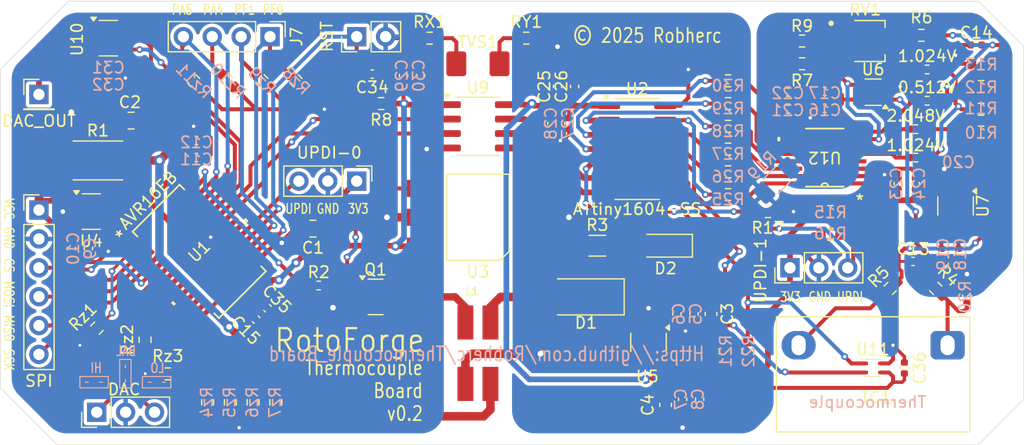
<source format=kicad_pcb>
(kicad_pcb (version 20221018) (generator pcbnew)
  (layers (0 "F.Cu" signal) (31 "B.Cu" signal) (34 "B.Paste" user) (35 "F.Paste" user) (36 "B.SilkS" user "B.Silkscreen") (37 "F.SilkS" user "F.Silkscreen") (38 "B.Mask" user) (39 "F.Mask" user) (44 "Edge.Cuts" user))
  (net 0 "")
  (net 1 "3V3-1")
  (net 2 "GND1")
  (net 3 "Net-(C2-Pad1)")
  (net 4 "Net-(D1-K)")
  (net 5 "GND2")
  (net 6 "3V3-ISO")
  (net 7 "VCC")
  (net 8 "GNDA")
  (net 9 "Net-(D1-A)")
  (net 10 "Net-(D2-A)")
  (net 11 "/Output MCU/CS")
  (net 12 "/Output MCU/MOSI")
  (net 13 "/Output MCU/MISO")
  (net 14 "/Output MCU/SCK")
  (net 15 "/Output MCU/DAC-High")
  (net 16 "/Output MCU/DAC-Low")
  (net 17 "/Output MCU/UPDI-0")
  (net 18 "/UPDI")
  (net 19 "/Output MCU/PF0")
  (net 20 "/Output MCU/PF1")
  (net 21 "/Output MCU/PA4")
  (net 22 "/Output MCU/PA5")
  (net 23 "Net-(Q1-D)")
  (net 24 "Net-(Q1-G)")
  (net 25 "150KHz from U1")
  (net 26 "Net-(TC1-+)")
  (net 27 "Net-(TC1--)")
  (net 28 "Net-(U2-PA7)")
  (net 29 "SCL")
  (net 30 "SDA")
  (net 31 "Net-(U2-PA3)")
  (net 32 "Net-(U2-PA1)")
  (net 33 "Net-(U2-PA2)")
  (net 34 "Net-(U2-PA4)")
  (net 35 "Net-(U2-PA5)")
  (net 36 "Net-(U2-PA6)")
  (net 38 "Net-(TVS1-A1)")
  (net 39 "Net-(TVS1-A2)")
  (net 40 "Net-(U1-PC3)")
  (net 41 "Net-(U1-PD2)")
  (net 42 "Net-(U1-PD3)")
  (net 43 "Net-(U1-PD5)")
  (net 44 "Net-(U1-PD6)")
  (net 45 "Net-(U1-PD7)")
  (net 46 "Net-(U1-PD4)")
  (net 47 "ISO-TX")
  (net 48 "ISO-RX")
  (net 49 "Net-(U1-PA2)")
  (net 50 "Net-(U1-PA3)")
  (net 51 "Net-(U2-PB3)")
  (net 52 "Net-(U2-PB2)")
  (net 53 "Net-(U6-+)")
  (net 54 "Net-(C13-Pad2)")
  (net 55 "Net-(U7-OUT)")
  (net 56 "Net-(J3-Pin_1)")
  (net 57 "Net-(J1-Pin_1)")
  (net 58 "Net-(R3-Pad1)")
  (net 59 "Net-(U6--)")
  (net 60 "Net-(R7-Pad1)")
  (net 61 "Net-(U12-AINP)")
  (net 62 "Net-(R9-Pad1)")
  (net 63 "Net-(R10-Pad2)")
  (net 64 "Net-(R11-Pad2)")
  (net 65 "Net-(U12-REFP)")
  (net 66 "Net-(U12-AINN)")
  (net 67 "Net-(U12-SCLK)")
  (net 68 "Net-(U12-DIN)")
  (net 69 "Net-(U12-DOUT{slash}*DRDY)")
  (net 70 "Net-(U12-*DRDY)")
  (net 71 "Net-(U12-*CS)")
  (net 72 "Net-(U12-START)")
  (footprint "Package_SO:SOIC-8_3.9x4.9mm_P1.27mm" (layer "F.Cu") (at 150 89)
    (fp_text reference "U9")
    (fp_text value "ISO1640BDR")
  )
  (footprint "Capacitor_SMD:C_0402_1005Metric" (layer "F.Cu") (at 158.5 85.5 90)
    (fp_text reference "C26")
    (fp_text value "10n")
  )
  (footprint "Resistor_SMD:R_0603_1608Metric" (layer "F.Cu") (at 178.5 83.5)
    (fp_text reference "R7")
    (fp_text value "470k")
  )
  (footprint "Resistor_SMD:R_0603_1608Metric" (layer "F.Cu") (at 131 85 -45)
    (fp_text reference "Rz9")
    (fp_text value "1M")
  )
  (footprint "Capacitor_SMD:C_0402_1005Metric" (layer "F.Cu") (at 140.711 84.412 180)
    (fp_text reference "C34")
    (fp_text value "10n")
  )
  (footprint "custom:DO-214AA" (layer "F.Cu") (at 150 83.5)
    (fp_text reference "TVS1")
    (fp_text value "256V")
  )
  (footprint "Capacitor_SMD:C_0402_1005Metric" (layer "F.Cu") (at 192.25 100.25 -90)
    (fp_text reference "C18")
    (fp_text value "1u")
  )
  (footprint "Capacitor_SMD:C_0402_1005Metric" (layer "F.Cu") (at 114.25 99.75 -90)
    (fp_text reference "C10")
    (fp_text value "10n")
  )
  (footprint "Package_TO_SOT_SMD:SOT-23-6" (layer "F.Cu") (at 117.5 81.25)
    (fp_text reference "U10")
    (fp_text value "MCP4726A0T-E/CH")
  )
  (footprint "Diode_SMD:D_2010_5025Metric_Pad1.52x2.65mm_HandSolder" (layer "F.Cu") (at 159.5 104 180)
    (fp_text reference "D1")
    (fp_text value "D_Schottky")
  )
  (footprint "Package_TO_SOT_SMD:SOT-353_SC-70-5" (layer "F.Cu") (at 184.75 86 180)
    (fp_text reference "U6")
    (fp_text value "TSZ121")
  )
  (footprint "Resistor_SMD:R_0603_1608Metric" (layer "F.Cu") (at 181 96.5)
    (fp_text reference "R15")
    (fp_text value "1M")
  )
  (footprint "Capacitor_SMD:C_0402_1005Metric" (layer "F.Cu") (at 177.25 86)
    (fp_text reference "C22")
    (fp_text value "10n")
  )
  (footprint "Package_SO:SSOP28_SS_MCH" (layer "F.Cu") (at 125.5 100 45)
    (fp_text reference "U1")
    (fp_text value "AVR16EB")
  )
  (footprint "custom:0703" (layer "F.Cu") (at 150 109)
    (property "VALUE" "22uH")
    (fp_text reference "L1")
    (fp_text value "SRF0703-6R8M")
  )
  (footprint "Resistor_SMD:R_0603_1608Metric" (layer "F.Cu") (at 171.73 108.77 90)
    (fp_text reference "R21")
    (fp_text value "10K")
  )
  (footprint "Resistor_SMD:R_0603_1608Metric" (layer "F.Cu") (at 186.25 103.25 45)
    (fp_text reference "R5")
    (fp_text value "1k")
  )
  (footprint "Resistor_SMD:R_0603_1608Metric" (layer "F.Cu") (at 178.5 81.5 180)
    (fp_text reference "R9")
    (fp_text value "47k")
  )
  (footprint "Resistor_SMD:R_0603_1608Metric" (layer "F.Cu") (at 126.23 113.27 -90)
    (fp_text reference "Rz4")
    (fp_text value "1M")
  )
  (footprint "Capacitor_SMD:C_0402_1005Metric" (layer "F.Cu") (at 130.5 106 -45)
    (fp_text reference "C15")
    (fp_text value "1u")
  )
  (footprint "Resistor_SMD:R_0603_1608Metric" (layer "F.Cu") (at 172 95 180)
    (fp_text reference "R25")
    (fp_text value "47R")
  )
  (footprint "Capacitor_SMD:C_0805_2012Metric_Pad1.18x1.45mm_HandSolder" (layer "F.Cu") (at 135.5 98 180)
    (fp_text reference "C1")
    (fp_text value "10u")
  )
  (footprint "Resistor_SMD:R_0603_1608Metric" (layer "F.Cu") (at 125 85 -45)
    (fp_text reference "Rz11")
    (fp_text value "1M")
  )
  (footprint "Resistor_SMD:R_0603_1608Metric" (layer "F.Cu") (at 172 89 180)
    (fp_text reference "R28")
    (fp_text value "47R")
  )
  (footprint "custom:TypeKSocket" (layer "F.Cu") (at 184.75 108.25)
    (fp_text reference "TC1")
    (fp_text value "Thermocouple")
  )
  (footprint "Resistor_SMD:R_0603_1608Metric" (layer "F.Cu") (at 141.5 87 180)
    (fp_text reference "R8")
    (fp_text value "47k")
  )
  (footprint "Capacitor_SMD:C_0402_1005Metric" (layer "F.Cu") (at 192.25 92 180)
    (fp_text reference "C20")
    (fp_text value "1u")
  )
  (footprint "Capacitor_SMD:C_0402_1005Metric" (layer "F.Cu") (at 117.5 85.5)
    (fp_text reference "C32")
    (fp_text value "0u1")
  )
  (footprint "Capacitor_SMD:C_0402_1005Metric" (layer "F.Cu") (at 187.5 110.25 90)
    (fp_text reference "C36")
    (fp_text value "0u1")
  )
  (footprint "Resistor_SMD:R_0603_1608Metric" (layer "F.Cu") (at 181 98.5 180)
    (fp_text reference "R16")
    (fp_text value "1M")
  )
  (footprint "Capacitor_SMD:C_0603_1608Metric" (layer "F.Cu") (at 166.5 113.5 -90)
    (fp_text reference "C4")
    (fp_text value "2u2")
  )
  (footprint "Capacitor_SMD:C_0603_1608Metric" (layer "F.Cu") (at 170.5 105.5 -90)
    (fp_text reference "C3")
    (fp_text value "2u2")
  )
  (footprint "Capacitor_SMD:C_0402_1005Metric" (layer "F.Cu") (at 186.96 94.04 90)
    (fp_text reference "C23")
    (fp_text value "1u")
  )
  (footprint "Resistor_SMD:R_0603_1608Metric" (layer "F.Cu") (at 194.25 87.5 180)
    (fp_text reference "R11")
    (fp_text value "1k")
  )
  (footprint "Resistor_SMD:R_0603_1608Metric" (layer "F.Cu") (at 172 85 180)
    (fp_text reference "R30")
    (fp_text value "47R")
  )
  (footprint "Capacitor_SMD:C_0402_1005Metric" (layer "F.Cu") (at 168 113 90)
    (fp_text reference "C7")
    (fp_text value "1u")
  )
  (footprint "Resistor_SMD:R_0603_1608Metric" (layer "F.Cu") (at 189 81 180)
    (fp_text reference "R6")
    (fp_text value "22k")
  )
  (footprint "Capacitor_SMD:C_0402_1005Metric" (layer "F.Cu") (at 131.5 105 -45)
    (fp_text reference "C35")
    (fp_text value "0u1")
  )
  (footprint "Package_SO:SOIC-14_3.9x8.7mm_P1.27mm" (layer "F.Cu") (at 164 91)
    (fp_text reference "U2")
    (fp_text value "ATtiny1604-SS")
  )
  (footprint "Resistor_SMD:R_0402_1005Metric_Pad0.72x0.64mm_HandSolder" (layer "F.Cu") (at 189.5 84 180)
    (fp_text reference "R23" hide)
    (fp_text value "1.024V")
  )
  (footprint "custom:STS4X" (layer "F.Cu") (at 184.75 110.25)
    (fp_text reference "U11")
    (fp_text value "STS40-CD1B")
  )
  (footprint "custom:H11L1-4" (layer "F.Cu") (at 150 97 90)
    (fp_text reference "U3")
    (fp_text value "H11L1")
  )
  (footprint "Resistor_SMD:R_0603_1608Metric" (layer "F.Cu") (at 194.25 89.5)
    (fp_text reference "R10")
    (fp_text value "1k")
  )
  (footprint "Resistor_SMD:R_0603_1608Metric" (layer "F.Cu") (at 154.25 81.25)
    (fp_text reference "RY1")
    (fp_text value "1M")
  )
  (footprint "Resistor_SMD:R_0603_1608Metric" (layer "F.Cu") (at 128 85 -45)
    (fp_text reference "Rz10")
    (fp_text value "1M")
  )
  (footprint "Capacitor_SMD:C_0402_1005Metric" (layer "F.Cu") (at 158 88.75 -90)
    (fp_text reference "C27")
    (fp_text value "1u")
  )
  (footprint "Resistor_SMD:R_0603_1608Metric" (layer "F.Cu") (at 116.5 106.75 -135)
    (fp_text reference "Rz1")
    (fp_text value "1M")
  )
  (footprint "Connector_PinHeader_2.54mm:PinHeader_1x03_P2.54mm_Vertical" (layer "F.Cu") (at 139.34 93.82 -90)
    (fp_text reference "J5" hide)
    (fp_text value "UPDI-0")
  )
  (footprint "Resistor_SMD:R_0603_1608Metric" (layer "F.Cu") (at 172 93 180)
    (fp_text reference "R26")
    (fp_text value "47R")
  )
  (footprint "Resistor_SMD:R_0603_1608Metric" (layer "F.Cu") (at 175.5 96.5 180)
    (fp_text reference "R17")
    (fp_text value "22k")
  )
  (footprint "Capacitor_SMD:C_0402_1005Metric" (layer "F.Cu") (at 167.5 105.5 -90)
    (fp_text reference "C6")
    (fp_text value "10n")
  )
  (footprint "Package_TO_SOT_SMD:SOT-23-5" (layer "F.Cu") (at 165 108 -90)
    (fp_text reference "U5")
    (fp_text value "AP2112K-3.3")
  )
  (footprint "Capacitor_SMD:C_0402_1005Metric" (layer "F.Cu") (at 188.261 100.882 180)
    (fp_text reference "C13")
    (fp_text value "0u1")
  )
  (footprint "Package_TO_SOT_SMD:SOT-23" (layer "F.Cu") (at 141 104)
    (fp_text reference "Q1")
    (fp_text value "DMN2310U")
  )
  (footprint "Capacitor_SMD:C_0805_2012Metric_Pad1.18x1.45mm_HandSolder" (layer "F.Cu") (at 119.5 88.5 180)
    (fp_text reference "C2")
    (fp_text value "10u")
  )
  (footprint "Resistor_SMD:R_0402_1005Metric_Pad0.72x0.64mm_HandSolder" (layer "F.Cu") (at 188.5 91.75)
    (fp_text reference "R18" hide)
    (fp_text value "1.024V")
  )
  (footprint "Resistor_SMD:R_0603_1608Metric" (layer "F.Cu") (at 122.73 110.77 180)
    (fp_text reference "Rz3")
    (fp_text value "1M")
  )
  (footprint "Capacitor_SMD:C_0402_1005Metric" (layer "F.Cu") (at 190.75 100.25 -90)
    (fp_text reference "C19")
    (fp_text value "10n")
  )
  (footprint "Capacitor_SMD:C_0402_1005Metric" (layer "F.Cu") (at 169.5 113 90)
    (fp_text reference "C8")
    (fp_text value "10n")
  )
  (footprint "Resistor_SMD:R_2512_6332Metric" (layer "F.Cu") (at 116.581 92.002)
    (fp_text reference "R1")
    (fp_text value "4R7")
  )
  (footprint "Resistor_SMD:R_0603_1608Metric" (layer "F.Cu") (at 194.25 83.5)
    (fp_text reference "R13")
    (fp_text value "1k")
  )
  (footprint "Diode_SMD:D_SOD-123" (layer "F.Cu") (at 166.5 99.5 180)
    (fp_text reference "D2")
    (fp_text value "D_Zener_3v0")
  )
  (footprint "Capacitor_SMD:C_0402_1005Metric" (layer "F.Cu") (at 180.5 87.42 180)
    (fp_text reference "C16")
    (fp_text value "1u")
  )
  (footprint "Capacitor_SMD:C_0402_1005Metric" (layer "F.Cu") (at 125.25 90.25 180)
    (fp_text reference "C12")
    (fp_text value "10n")
  )
  (footprint "Package_TO_SOT_SMD:SOT-23-5" (layer "F.Cu") (at 116 96.5)
    (fp_text reference "U4")
    (fp_text value "AP2112K-3.3")
  )
  (footprint "Capacitor_SMD:C_0402_1005Metric" (layer "F.Cu") (at 115.75 99.75 -90)
    (fp_text reference "C9")
    (fp_text value "1u")
  )
  (footprint "Resistor_SMD:R_0603_1608Metric" (layer "F.Cu") (at 172 87 180)
    (fp_text reference "R29")
    (fp_text value "47R")
  )
  (footprint "Resistor_SMD:R_0402_1005Metric_Pad0.72x0.64mm_HandSolder" (layer "F.Cu") (at 189.5 86.75 180)
    (fp_text reference "R24" hide)
    (fp_text value "0.512V")
  )
  (footprint "Resistor_SMD:R_0402_1005Metric" (layer "F.Cu") (at 136 103)
    (fp_text reference "R2")
    (fp_text value "470")
  )
  (footprint "Connector_PinHeader_2.54mm:PinHeader_1x04_P2.54mm_Vertical" (layer "F.Cu") (at 131.72 81.12 -90)
    (fp_text reference "J7")
    (fp_text value "EXP")
  )
  (footprint "Capacitor_SMD:C_0402_1005Metric" (layer "F.Cu") (at 117.5 84)
    (fp_text reference "C31")
    (fp_text value "1u")
  )
  (footprint "Connector_PinHeader_2.54mm:PinHeader_1x02_P2.54mm_Vertical" (layer "F.Cu") (at 139.34 81.12 90)
    (fp_text reference "J3" hide)
    (fp_text value "RST")
  )
  (footprint "Resistor_SMD:R_0603_1608Metric" (layer "F.Cu") (at 145.75 81.25)
    (fp_text reference "RX1")
    (fp_text value "1M")
  )
  (footprint "Capacitor_SMD:C_0402_1005Metric" (layer "F.Cu") (at 193.811 81.852 180)
    (fp_text reference "C14")
    (fp_text value "1u")
  )
  (footprint "Resistor_SMD:R_1206_3216Metric" (layer "F.Cu") (at 160.5 99.5)
    (fp_text reference "R3")
    (fp_text value "10")
  )
  (footprint "Resistor_SMD:R_0603_1608Metric" (layer "F.Cu") (at 132.23 113.27 -90)
    (fp_text reference "Rz7")
    (fp_text value "1M")
  )
  (footprint "Capacitor_SMD:C_0402_1005Metric" (layer "F.Cu") (at 177.25 87.5)
    (fp_text reference "C21")
    (fp_text value "1u")
  )
  (footprint "Resistor_SMD:R_0603_1608Metric" (layer "F.Cu") (at 120.73 107.77 -90)
    (fp_text reference "Rz2")
    (fp_text value "1M")
  )
  (footprint "Resistor_SMD:R_0603_1608Metric" (layer "F.Cu") (at 172 91 180)
    (fp_text reference "R27")
    (fp_text value "47R")
  )
  (footprint "Connector_PinHeader_2.54mm:PinHeader_1x06_P2.54mm_Vertical" (layer "F.Cu") (at 111.4 96.36)
    (fp_text reference "J2" hide)
    (fp_text value "SPI")
  )
  (footprint "Resistor_SMD:R_0402_1005Metric_Pad0.72x0.64mm_HandSolder" (layer "F.Cu") (at 188.5 89.25 180)
    (fp_text reference "R14" hide)
    (fp_text value "2.048V")
  )
  (footprint "Resistor_SMD:R_0603_1608Metric" (layer "F.Cu") (at 190.25 103.25 135)
    (fp_text reference "R4")
    (fp_text value "1k")
  )
  (footprint "Capacitor_SMD:C_0402_1005Metric" (layer "F.Cu") (at 157 85.5 90)
    (fp_text reference "C25")
    (fp_text value "1u")
  )
  (footprint "Connector_PinHeader_2.54mm:PinHeader_1x03_P2.54mm_Vertical" (layer "F.Cu") (at 177.44 101.44 90)
    (fp_text reference "J6" hide)
    (fp_text value "UPDI-1")
  )
  (footprint "Connector_PinHeader_2.54mm:PinHeader_1x01_P2.54mm_Vertical" (layer "F.Cu") (at 111.4 86.2)
    (fp_text reference "J1" hide)
    (fp_text value "DAC_OUT")
  )
  (footprint "Package_TO_SOT_SMD:SOT-23-6" (layer "F.Cu") (at 192 96 -90)
    (fp_text reference "U7")
    (fp_text value "MCP1501T-20E")
  )
  (footprint "Capacitor_SMD:C_0402_1005Metric" (layer "F.Cu") (at 169 105.5 -90)
    (fp_text reference "C5")
    (fp_text value "1u")
  )
  (footprint "Connector_PinHeader_2.54mm:PinHeader_1x03_P2.54mm_Vertical" (layer "F.Cu") (at 116.48 114.14 90)
    (fp_text reference "J4" hide)
    (fp_text value "DAC")
  )
  (footprint "Capacitor_SMD:C_0402_1005Metric" (layer "F.Cu") (at 188.46 94.04 90)
    (fp_text reference "C24")
    (fp_text value "10n")
  )
  (footprint "Resistor_SMD:R_0603_1608Metric" (layer "F.Cu") (at 134 85 -45)
    (fp_text reference "Rz8")
    (fp_text value "1M")
  )
  (footprint "Capacitor_SMD:C_0402_1005Metric" (layer "F.Cu") (at 125.25 91.75 180)
    (fp_text reference "C11")
    (fp_text value "1u")
  )
  (footprint "Resistor_SMD:R_0603_1608Metric" (layer "F.Cu") (at 173.73 108.77 90)
    (fp_text reference "R22")
    (fp_text value "10K")
  )
  (footprint "custom:TRIM_TC33X-2-203E" (layer "F.Cu") (at 184 81.5)
    (fp_text reference "RV1")
    (fp_text value "Trim-Pot_20k")
  )
  (footprint "Capacitor_SMD:C_0402_1005Metric" (layer "F.Cu") (at 180.5 85.92 180)
    (fp_text reference "C17")
    (fp_text value "10n")
  )
  (footprint "Resistor_SMD:R_0402_1005Metric" (layer "F.Cu") (at 193 104 90)
    (fp_text reference "R20")
    (fp_text value "10M")
  )
  (footprint "Resistor_SMD:R_0603_1608Metric" (layer "F.Cu") (at 128.23 113.27 -90)
    (fp_text reference "Rz5")
    (fp_text value "1M")
  )
  (footprint "Package_SO:PW16" (layer "F.Cu") (at 180.5 91.75 180)
    (fp_text reference "U12")
    (fp_text value "ADS1246IPWR")
  )
  (footprint "Capacitor_SMD:C_0402_1005Metric" (layer "F.Cu") (at 144.96 84.54 90)
    (fp_text reference "C30")
    (fp_text value "10n")
  )
  (footprint "Capacitor_SMD:C_0402_1005Metric" (layer "F.Cu") (at 156.5 88.75 -90)
    (fp_text reference "C28")
    (fp_text value "10n")
  )
  (footprint "Resistor_SMD:R_0603_1608Metric" (layer "F.Cu") (at 130.23 113.27 -90)
    (fp_text reference "Rz6")
    (fp_text value "1M")
  )
  (footprint "Capacitor_SMD:C_0402_1005Metric" (layer "F.Cu") (at 143.46 84.54 90)
    (fp_text reference "C29")
    (fp_text value "1u")
  )
  (footprint "Resistor_SMD:R_0603_1608Metric" (layer "F.Cu") (at 194.25 85.5)
    (fp_text reference "R12")
    (fp_text value "1k")
  )
  (footprint "Resistor_SMD:R_1206_3216Metric_Pad1.30x1.75mm_HandSolder" (layer "B.Cu") (at 176.271 93.752 -135)
    (fp_text reference "R19")
    (fp_text value "0R")
  )
  (gr_rect (start 115 111) (end 117.5 112) (stroke (width 0.1)) (fill none) (layer "B.SilkS"))
  (gr_line (start 122.5 111.5) (end 122.25 111.5) (stroke (width 0.1)) (layer "B.SilkS"))
  (gr_line (start 115.5 111.5) (end 115.75 111.5) (stroke (width 0.1)) (layer "B.SilkS"))
  (gr_line (start 119 110) (end 119 110.25) (stroke (width 0.1)) (layer "B.SilkS"))
  (gr_rect (start 118.5 109.5) (end 119.5 112) (stroke (width 0.1)) (fill none) (layer "B.SilkS"))
  (gr_line (start 121 111.5) (end 121.25 111.5) (stroke (width 0.1)) (layer "B.SilkS"))
  (gr_line (start 117 111.5) (end 116.75 111.5) (stroke (width 0.1)) (layer "B.SilkS"))
  (gr_line (start 119 111.5) (end 119 111.25) (stroke (width 0.1)) (layer "B.SilkS"))
  (gr_rect (start 120.5 111) (end 123 112) (stroke (width 0.1)) (fill none) (layer "B.SilkS"))
  (gr_line (start 113 117) (end 108 112) (stroke (width 0.05)) (layer "Edge.Cuts"))
  (gr_line (start 198 82) (end 198 113) (stroke (width 0.05)) (layer "Edge.Cuts"))
  (gr_line (start 198 113) (end 194 117) (stroke (width 0.05)) (layer "Edge.Cuts"))
  (gr_line (start 108 84) (end 114 78) (stroke (width 0.05)) (layer "Edge.Cuts"))
  (gr_line (start 194 117) (end 113 117) (stroke (width 0.05)) (layer "Edge.Cuts"))
  (gr_line (start 108 112) (end 108 84) (stroke (width 0.05)) (layer "Edge.Cuts"))
  (gr_line (start 114 78) (end 194 78) (stroke (width 0.05)) (layer "Edge.Cuts"))
  (gr_line (start 194 78) (end 198 82) (stroke (width 0.05)) (layer "Edge.Cuts"))
  (gr_text "Https://github.com/Robherc/Thermocouple_Board" (at 170 109.75) (layer "B.SilkS") (effects (font (size 1.25 1)) (justify left bottom mirror)))
  (gr_text "LO" (at 122.5 110.75) (layer "B.SilkS") (effects (font (size 0.85 0.65) (thickness 0.12) bold) (justify left bottom mirror)))
  (gr_text "BAL" (at 120 109.25) (layer "B.SilkS") (effects (font (size 0.85 0.65) (thickness 0.12) bold) (justify left bottom mirror)))
  (gr_text "HI" (at 117 110.75) (layer "B.SilkS") (effects (font (size 0.85 0.65) (thickness 0.12) bold) (justify left bottom mirror)))
  (gr_text "PF1" (at 128.5 79.25) (layer "F.SilkS") (effects (font (size 0.85 0.65) (thickness 0.12) bold) (justify left bottom)))
  (gr_text "MISO" (at 108.25 105.5 270) (layer "F.SilkS") (effects (font (size 0.85 0.65) (thickness 0.12) bold) (justify left bottom)))
  (gr_text "MOSI" (at 108.25 102.5 270) (layer "F.SilkS") (effects (font (size 0.85 0.65) (thickness 0.12) bold) (justify left bottom)))
  (gr_text "UPDI" (at 133 96.75) (layer "F.SilkS") (effects (font (size 0.85 0.65) (thickness 0.12) bold) (justify left bottom)))
  (gr_text "GND" (at 108.25 97.75 270) (layer "F.SilkS") (effects (font (size 0.85 0.65) (thickness 0.12) bold) (justify left bottom)))
  (gr_text "3V3" (at 176.5 104.5) (layer "F.SilkS") (effects (font (size 0.85 0.65) (thickness 0.12) bold) (justify left bottom)))
  (gr_text "GND" (at 135.75 96.75) (layer "F.SilkS") (effects (font (size 0.85 0.65) (thickness 0.12) bold) (justify left bottom)))
  (gr_text "3V3" (at 138.5 96.75) (layer "F.SilkS") (effects (font (size 0.85 0.65) (thickness 0.12) bold) (justify left bottom)))
  (gr_text "PF0" (at 131 79.25) (layer "F.SilkS") (effects (font (size 0.85 0.65) (thickness 0.12) bold) (justify left bottom)))
  (gr_text "UPDI" (at 181.5 104.5) (layer "F.SilkS") (effects (font (size 0.85 0.65) (thickness 0.12) bold) (justify left bottom)))
  (gr_text "Thermocouple\nBoard\nv0.2" (at 145.25 115) (layer "F.SilkS") (effects (font (size 1.25 1)) (justify right bottom)))
  (gr_text "VCC" (at 108.25 95.25 270) (layer "F.SilkS") (effects (font (size 0.85 0.65) (thickness 0.12)) (justify left bottom)))
  (gr_text "SCK" (at 108.25 108.5 270) (layer "F.SilkS") (effects (font (size 0.85 0.65) (thickness 0.12) bold) (justify left bottom)))
  (gr_text "PA4" (at 125.75 79.25) (layer "F.SilkS") (effects (font (size 0.85 0.65) (thickness 0.12) bold) (justify left bottom)))
  (gr_text "PA5" (at 123 79.25) (layer "F.SilkS") (effects (font (size 0.85 0.65) (thickness 0.12) bold) (justify left bottom)))
  (gr_text "CS" (at 108.25 100.5 270) (layer "F.SilkS") (effects (font (size 0.85 0.65) (thickness 0.12) bold) (justify left bottom)))
  (gr_text "© 2025 Robherc" (at 158.25 81.75) (layer "F.SilkS") (effects (font (size 1.25 1)) (justify left bottom)))
  (gr_text "GND" (at 179 104.5) (layer "F.SilkS") (effects (font (size 0.85 0.65) (thickness 0.12) bold) (justify left bottom)))
  (gr_text "RotoForge" (at 132 109) (layer "F.SilkS") (effects (font (size 2 1.75) (thickness 0.2)) (justify left bottom)))
  (segment (start 143.595 87.095) (end 145 87.095) (width 0.5) (layer "F.Cu") (net 1))
  (segment (start 138.25 98.75) (end 138.25 94.91) (width 0.5) (layer "F.Cu") (net 1))
  (segment (start 134 101) (end 135.5 99.5) (width 0.5) (layer "F.Cu") (net 1))
  (segment (start 131.160589 104.660589) (end 130.5 104) (width 0.35) (layer "F.Cu") (net 1))
  (segment (start 144.96 87.055) (end 145 87.095) (width 0.35) (layer "F.Cu") (net 1))
  (segment (start 124 90.5) (end 124 88.951992) (width 0.5) (layer "F.Cu") (net 1))
  (segment (start 144.96 85.02) (end 144.96 87.055) (width 0.35) (layer "F.Cu") (net 1))
  (segment (start 128.757768 98.121061) (end 126.189414 100.689415) (width 0.35) (layer "F.Cu") (net 1))
  (segment (start 117.02 85.5) (end 114.95 85.5) (width 0.35) (layer "F.Cu") (net 1))
  (segment (start 124.77 90.25) (end 124.25 90.25) (width 0.35) (layer "F.Cu") (net 1))
  (segment (start 137.5 99.5) (end 138.25 99.5) (width 0.5) (layer "F.Cu") (net 1))
  (segment (start 136.5375 98) (end 137.5 98) (width 0.5) (layer "F.Cu") (net 1))
  (segment (start 130.5 104) (end 129.5 104) (width 0.5) (layer "F.Cu") (net 1))
  (segment (start 138.25 94.91) (end 139.34 93.82) (width 0.5) (layer "F.Cu") (net 1))
  (segment (start 125.919109 105.555815) (end 125.919109 105.580891) (width 0.35) (layer "F.Cu") (net 1))
  (segment (start 138.25 99.5) (end 142.71 99.5) (width 0.5) (layer "F.Cu") (net 1))
  (segment (start 130.160589 105.660589) (end 129.5 105) (width 0.35) (layer "F.Cu") (net 1))
  (segment (start 117.1375 95.55) (end 121.05 95.55) (width 0.5) (layer "F.Cu") (net 1))
  (segment (start 117.5 80.5) (end 117.7 80.3) (width 0.25) (layer "F.Cu") (net 1))
  (segment (start 115.5 87) (end 114.95 86.45) (width 0.5) (layer "F.Cu") (net 1))
  (segment (start 117.7 80.3) (end 118.6375 80.3) (width 0.25) (layer "F.Cu") (net 1))
  (segment (start 121.05 95.55) (end 126 100.5) (width 0.5) (layer "F.Cu") (net 1))
  (segment (start 143.46 85.02) (end 143.46 86.96) (width 0.35) (layer "F.Cu") (net 1))
  (segment (start 122.048008 87) (end 115.5 87) (width 0.5) (layer "F.Cu") (net 1))
  (segment (start 114.95 86.45) (end 114.95 85.5) (width 0.5) (layer "F.Cu") (net 1))
  (segment (start 127 101.5) (end 129.5 104) (width 0.5) (layer "F.Cu") (net 1))
  (segment (start 117.3 82.2) (end 117.5 82) (width 0.25) (layer "F.Cu") (net 1))
  (segment (start 138.25 98.75) (end 138.25 99.5) (width 0.5) (layer "F.Cu") (net 1))
  (segment (start 143.5 87) (end 142.325 87) (width 0.5) (layer "F.Cu") (net 1))
  (segment (start 132 102.5) (end 132.5 102.5) (width 0.5) (layer "F.Cu") (net 1))
  (segment (start 135.5 99.5) (end 137.5 99.5) (width 0.5) (layer "F.Cu") (net 1))
  (segment (start 117.02 84) (end 114.95 84) (width 0.35) (layer "F.Cu") (net 1))
  (segment (start 145.25 99.54) (end 142.75 99.54) (width 0.5) (layer "F.Cu") (net 1))
  (segment (start 116.3625 82.2) (end 117.3 82.2) (width 0.25) (layer "F.Cu") (net 1))
  (segment (start 124 88.951992) (end 122.048008 87) (width 0.5) (layer "F.Cu") (net 1))
  (segment (start 124 92) (end 124 90.5) (width 0.5) (layer "F.Cu") (net 1))
  (segment (start 137.5 98) (end 138.25 98.75) (width 0.5) (layer "F.Cu") (net 1))
  (segment (start 124.25 91.75) (end 124 92) (width 0.35) (layer "F.Cu") (net 1))
  (segment (start 125.919109 105.555815) (end 128.487462 102.987462) (width 0.35) (layer "F.Cu") (net 1))
  (segment (start 115.3 82.2) (end 116.3625 82.2) (width 0.5) (layer "F.Cu") (net 1))
  (segment (start 142.71 99.5) (end 142.75 99.54) (width 0.5) (layer "F.Cu") (net 1))
  (segment (start 114.95 85.5) (end 114.95 84) (width 0.5) (layer "F.Cu") (net 1))
  (segment (start 124.25 90.25) (end 124 90.5) (width 0.35) (layer "F.Cu") (net 1))
  (segment (start 124.77 91.75) (end 124.25 91.75) (width 0.35) (layer "F.Cu") (net 1))
  (segment (start 143.5 87) (end 143.595 87.095) (width 0.5) (layer "F.Cu") (net 1))
  (segment (start 121.05 95.55) (end 124 92.6) (width 0.5) (layer "F.Cu") (net 1))
  (segment (start 126 100.5) (end 127 101.5) (width 0.5) (layer "F.Cu") (net 1))
  (segment (start 130.5 104) (end 132 102.5) (width 0.5) (layer "F.Cu") (net 1))
  (segment (start 143.46 86.96) (end 143.5 87) (width 0.35) (layer "F.Cu") (net 1))
  (segment (start 114.95 82.55) (end 115.3 82.2) (width 0.5) (layer "F.Cu") (net 1))
  (segment (start 124 92.6) (end 124 92) (width 0.5) (layer "F.Cu") (net 1))
  (segment (start 117.5 82) (end 117.5 80.5) (width 0.25) (layer "F.Cu") (net 1))
  (segment (start 147.525 87.095) (end 145 87.095) (width 0.5) (layer "F.Cu") (net 1))
  (segment (start 129.5 105) (end 129.5 104) (width 0.35) (layer "F.Cu") (net 1))
  (segment (start 114.95 84) (end 114.95 82.55) (width 0.5) (layer "F.Cu") (net 1))
  (via (at 132.5 102.5) (size 0.8) (drill 0.4) (layers "F.Cu" "B.Cu") (net 1))
  (via (at 134 101) (size 0.8) (drill 0.4) (layers "F.Cu" "B.Cu") (net 1))
  (via (at 143.5 87) (size 0.8) (drill 0.4) (layers "F.Cu" "B.Cu") (net 1))
  (via (at 142.75 99.54) (size 0.8) (drill 0.4) (layers "F.Cu" "B.Cu") (net 1))
  (segment (start 142.75 99.54) (end 143.5 98.79) (width 0.5) (layer "B.Cu") (net 1))
  (segment (start 143.5 98.79) (end 143.5 87) (width 0.5) (layer "B.Cu") (net 1))
  (segment (start 132.5 102.5) (end 134 101) (width 0.5) (layer "B.Cu") (net 1))
  (segment (start 119 84.75) (end 119 85) (width 0.35) (layer "F.Cu") (net 2))
  (segment (start 115 88.5) (end 114.25 87.75) (width 0.75) (layer "F.Cu") (net 2))
  (segment (start 114.5 100.94) (end 116 100.94) (width 0.35) (layer "F.Cu") (net 2))
  (segment (start 117.1375 97.45) (end 116.45 97.45) (width 0.2) (layer "F.Cu") (net 2))
  (segment (start 144.96 83.46) (end 144.75 83.25) (width 0.35) (layer "F.Cu") (net 2))
  (segment (start 115.75 100.69) (end 116 100.94) (width 0.35) (layer "F.Cu") (net 2))
  (segment (start 131.055815 100.419109) (end 131.080891 100.419109) (width 0.35) (layer "F.Cu") (net 2))
  (segment (start 131.25 106.75) (end 130.839411 106.339411) (width 0.35) (layer "F.Cu") (net 2))
  (segment (start 120.73 110.73) (end 120.73 108.595) (width 0.25) (layer "F.Cu") (net 2))
  (segment (start 126.23 114.095) (end 126.23 114.73) (width 0.25) (layer "F.Cu") (net 2))
  (segment (start 134.583363 85.583363) (end 136.5 87.5) (width 0.35) (layer "F.Cu") (net 2))
  (segment (start 144.925 81.25) (end 142.01 81.25) (width 0.35) (layer "F.Cu") (net 2))
  (segment (start 127 115.5) (end 128.5 115.5) (width 0.25) (layer "F.Cu") (net 2))
  (segment (start 126.5 91.5) (end 126.5 90) (width 0.35) (layer "F.Cu") (net 2))
  (segment (start 128.298158 97.661452) (end 127.20961 98.75) (width 0.35) (layer "F.Cu") (net 2))
  (segment (start 119 84.5) (end 119 84.75) (width 0.35) (layer "F.Cu") (net 2))
  (segment (start 126.23 114.73) (end 127 115.5) (width 0.25) (layer "F.Cu") (net 2))
  (segment (start 141.191 84.412) (end 141.588 84.412) (width 0.35) (layer "F.Cu") (net 2))
  (segment (start 128.23 115.23) (end 128.5 115.5) (width 0.25) (layer "F.Cu") (net 2))
  (segment (start 126.25 91.75) (end 126.5 91.5) (width 0.35) (layer "F.Cu") (net 2))
  (segment (start 141.88 84.12) (end 141.88 83) (width 0.35) (layer "F.Cu") (net 2))
  (segment (start 114.8625 96.5) (end 113.5 96.5) (width 0.5) (layer "F.Cu") (net 2))
  (segment (start 114.25 100.69) (end 114.5 100.94) (width 0.35) (layer "F.Cu") (net 2))
  (segment (start 142.13 83.25) (end 141.88 83) (width 0.35) (layer "F.Cu") (net 2))
  (segment (start 116 100.94) (end 116.5 100.94) (width 0.35) (layer "F.Cu") (net 2))
  (segment (start 131.75 106.75) (end 131.25 106.75) (width 0.35) (layer "F.Cu") (net 2))
  (segment (start 119 85) (end 118.5 85.5) (width 0.35) (layer "F.Cu") (net 2))
  (segment (start 131.080891 100.419109) (end 132.25 99.25) (width 0.35) (layer "F.Cu") (net 2))
  (segment (start 144.96 84.06) (end 144.96 83.46) (width 0.35) (layer "F.Cu") (net 2))
  (segment (start 116.5 100.94) (end 116.56 100.94) (width 0.35) (layer "F.Cu") (net 2))
  (segment (start 115.5 96.5) (end 114.8625 96.5) (width 0.2) (layer "F.Cu") (net 2))
  (segment (start 143.46 83.46) (end 143.25 83.25) (width 0.35) (layer "F.Cu") (net 2))
  (segment (start 114 82.5) (end 114 82) (width 0.75) (layer "F.Cu") (net 2))
  (segment (start 131.583363 85.583363) (end 133.5 87.5) (width 0.35) (layer "F.Cu") (net 2))
  (segment (start 141.88 83) (end 141.88 81.12) (width 0.35) (layer "F.Cu") (net 2))
  (segment (start 130.5 87.5) (end 133.5 87.5) (width 0.35) (layer "F.Cu") (net 2))
  (segment (start 120.77 110.77) (end 121.905 110.77) (width 0.25) (layer "F.Cu") (net 2))
  (segment (start 127.5 87.5) (end 130.5 87.5) (width 0.35) (layer "F.Cu") (net 2))
  (segment (start 118.5 84) (end 119 84.5) (width 0.35) (layer "F.Cu") (net 2))
  (segment (start 130 115.5) (end 129 115.5) (width 0.25) (layer "F.Cu") (net 2))
  (segment (start 142.01 81.25) (end 141.88 81.12) (width 0.35) (layer "F.Cu") (net 2))
  (segment (start 132.5 106) (end 131.839411 105.339411) (width 0.35) (layer "F.Cu") (net 2))
  (segment (start 120.75 110.75) (end 120.73 110.73) (width 0.25) (layer "F.Cu") (net 2))
  (segment (start 126.5 90) (end 125.5 89) (width 0.35) (layer "F.Cu") (net 2))
  (segment (start 132.23 114.095) (end 132.23 114.77) (width 0.25) (layer "F.Cu") (net 2))
  (segment (start 125.73 90.25) (end 126.25 90.25) (width 0.35) (layer "F.Cu") (net 2))
  (segment (start 125.583363 85.583363) (end 127.5 87.5) (width 0.35) (layer "F.Cu") (net 2))
  (segment (start 145.25 97) (end 142 97) (width 0.75) (layer "F.Cu") (net 2))
  (segment (start 143.46 84.06) (end 143.46 83.46) (width 0.35) (layer "F.Cu") (net 2))
  (segment (start 132.25 99.25) (end 132.75 99.25) (width 0.35) (layer "F.Cu") (net 2))
  (segment (start 128.23 114.095) (end 128.23 115.23) (width 0.25) (layer "F.Cu") (net 2))
  (segment (start 128.5 115.5) (end 129 115.5) (width 0.25) (layer "F.Cu") (net 2))
  (segment (start 133.5 87.5) (end 136.5 87.5) (width 0.35) (layer "F.Cu") (net 2))
  (segment (start 118.5 85.5) (end 117.98 85.5) (width 0.35) (layer "F.Cu") (net 2))
  (segment (start 134 98) (end 132.75 99.25) (width 0.5) (layer "F.Cu") (net 2))
  (segment (start 118.4625 88.5) (end 115 88.5) (width 0.75) (layer "F.Cu") (net 2))
  (segment (start 145.595 90.905) (end 145.5 91) (width 0.5) (layer "F.Cu") (net 2))
  (segment (start 128.583363 85.583363) (end 130.5 87.5) (width 0.35) (layer "F.Cu") (net 2))
  (segment (start 134.4625 98) (end 134 98) (width 0.5) (layer "F.Cu") (net 2))
  (segment (start 143.25 83.25) (end 142.13 83.25) (width 0.35) (layer "F.Cu") (net 2))
  (segment (start 144.75 83.25) (end 143.25 83.25) (width 0.35) (layer "F.Cu") (net 2))
  (segment (start 132.23 114.77) (end 131.5 115.5) (width 0.25) (layer "F.Cu") (net 2))
  (segment (start 114 82) (end 114.5 81.5) (width 0.75) (layer "F.Cu") (net 2))
  (segment (start 126.25 90.25) (end 126.5 90) (width 0.35) (layer "F.Cu") (net 2))
  (segment (start 114.25 100.23) (end 114.25 100.69) (width 0.35) (layer "F.Cu") (net 2))
  (segment (start 125.73 91.75) (end 126.25 91.75) (width 0.35) (layer "F.Cu") (net 2))
  (segment (start 137.25 104.95) (end 140.0625 104.95) (width 0.5) (layer "F.Cu") (net 2))
  (segment (start 137.25 104.95) (end 133.55 104.95) (width 0.35) (layer "F.Cu") (net 2))
  (segment (start 116.3625 81.25) (end 114.75 81.25) (width 0.5) (layer "F.Cu") (net 2))
  (segment (start 141.588 84.412) (end 141.88 84.12) (width 0.35) (layer "F.Cu") (net 2))
  (segment (start 115.75 100.23) (end 115.75 100.69) (width 0.35) (layer "F.Cu") (net 2))
  (segment (start 114 87.5) (end 114 82.5) (width 0.75) (layer "F.Cu") (net 2))
  (segment (start 114.75 81.25) (end 114.5 81.5) (width 0.5) (layer "F.Cu") (net 2))
  (segment (start 131.5 115.5) (end 130 115.5) (width 0.25) (layer "F.Cu") (net 2))
  (segment (start 127.20961 98.75) (end 126.5 98.75) (width 0.35) (layer "F.Cu") (net 2))
  (segment (start 114.25 87.75) (end 114 87.5) (width 0.75) (layer "F.Cu") (net 2))
  (segment (start 116.56 100.94) (end 117.5 100) (width 0.35) (layer "F.Cu") (net 2))
  (segment (start 147.525 90.905) (end 145.595 90.905) (width 0.5) (layer "F.Cu") (net 2))
  (segment (start 117.98 84) (end 118.5 84) (width 0.35) (layer "F.Cu") (net 2))
  (segment (start 116.45 97.45) (end 115.5 96.5) (width 0.2) (layer "F.Cu") (net 2))
  (segment (start 133.55 104.95) (end 131.75 106.75) (width 0.35) (layer "F.Cu") (net 2))
  (segment (start 130.23 115.27) (end 130 115.5) (width 0.25) (layer "F.Cu") (net 2))
  (segment (start 130.23 114.095) (end 130.23 115.27) (width 0.25) (layer "F.Cu") (net 2))
  (segment (start 120.75 110.75) (end 120.77 110.77) (width 0.25) (layer "F.Cu") (net 2))
  (segment (start 125.5 89) (end 125 89) (width 0.35) (layer "F.Cu") (net 2))
  (segment (start 115.916637 107.333363) (end 115 108.25) (width 0.25) (layer "F.Cu") (net 2))
  (via (at 119 84.75) (size 0.6) (drill 0.3) (layers "F.Cu" "B.Cu") (net 2))
  (via (at 137.25 104.95) (size 1) (drill 0.5) (layers "F.Cu" "B.Cu") (net 2))
  (via (at 126.5 98.75) (size 0.6) (drill 0.3) (layers "F.Cu" "B.Cu") (net 2))
  (via (at 145.5 91) (size 0.8) (drill 0.4) (layers "F.Cu" "B.Cu") (net 2))
  (via (at 142 97) (size 1) (drill 0.5) (layers "F.Cu" "B.Cu") (net 2))
  (via (at 114.25 87.75) (size 1) (drill 0.5) (layers "F.Cu" "B.Cu") (net 2))
  (via (at 129 115.5) (size 0.6) (drill 0.3) (layers "F.Cu" "B.Cu") (net 2))
  (via (at 117.5 100) (size 0.6) (drill 0.3) (layers "F.Cu" "B.Cu") (net 2))
  (via (at 113.5 96.5) (size 0.8) (drill 0.4) (layers "F.Cu" "B.Cu") (net 2))
  (via (at 115 108.25) (size 0.5) (drill 0.25) (layers "F.Cu" "B.Cu") (net 2))
  (via (at 136.5 87.5) (size 0.6) (drill 0.3) (layers "F.Cu" "B.Cu") (net 2))
  (via (at 132.75 99.25) (size 0.8) (drill 0.4) (layers "F.Cu" "B.Cu") (net 2))
  (via (at 125 89) (size 0.6) (drill 0.3) (layers "F.Cu" "B.Cu") (net 2))
  (via (at 120.75 110.75) (size 0.5) (drill 0.25) (layers "F.Cu" "B.Cu") (net 2))
  (segment (start 151.1 113.9) (end 151.1 111.65) (width 0.75) (layer "F.Cu") (net 3))
  (segment (start 128.144238 106.625) (end 132.88 111.360762) (width 0.75) (layer "F.Cu") (net 3))
  (segment (start 120.5375 88.5) (end 122 88.5) (width 0.75) (layer "F.Cu") (net 3))
  (segment (start 150.5 114.5) (end 151.1 113.9) (width 0.75) (layer "F.Cu") (net 3))
  (segment (start 123 89.5) (end 123 91) (width 0.75) (layer "F.Cu") (net 3))
  (segment (start 136 114.5) (end 150.5 114.5) (width 0.75) (layer "F.Cu") (net 3))
  (segment (start 122 92) (end 121.998 92.002) (width 0.75) (layer "F.Cu") (net 3))
  (segment (start 132.88 111.360762) (end 132.88 111.38) (width 0.75) (layer "F.Cu") (net 3))
  (segment (start 128.125 106.625) (end 128.144238 106.625) (width 0.75) (layer "F.Cu") (net 3))
  (segment (start 132.88 111.38) (end 136 114.5) (width 0.75) (layer "F.Cu") (net 3))
  (segment (start 121.998 92.002) (end 119.5435 92.002) (width 0.75) (layer "F.Cu") (net 3))
  (segment (start 123 91) (end 122 92) (width 0.75) (layer "F.Cu") (net 3))
  (segment (start 122 88.5) (end 123 89.5) (width 0.75) (layer "F.Cu") (net 3))
  (via (at 128.125 106.625) (size 1) (drill 0.5) (layers "F.Cu" "B.Cu") (net 3))
  (via (at 122 92) (size 1) (drill 0.5) (layers "F.Cu" "B.Cu") (net 3))
  (segment (start 128.125 106.625) (end 122 100.5) (width 0.75) (layer "B.Cu") (net 3))
  (segment (start 122 100.5) (end 122 92) (width 0.75) (layer "B.Cu") (net 3))
  (segment (start 169 105.02) (end 169 104) (width 0.35) (layer "F.Cu") (net 4))
  (segment (start 169.5 104) (end 170.5 103) (width 0.5) (layer "F.Cu") (net 4))
  (segment (start 170.5 100.5) (end 169.5 99.5) (width 0.5) (layer "F.Cu") (net 4))
  (segment (start 167.5 104) (end 169 104) (width 0.5) (layer "F.Cu") (net 4))
  (segment (start 165.95 104.05) (end 166 104) (width 0.5) (layer "F.Cu") (net 4))
  (segment (start 165.95 106.8625) (end 165.95 104.05) (width 0.5) (layer "F.Cu") (net 4))
  (segment (start 169 104) (end 169.5 104) (width 0.5) (layer "F.Cu") (net 4))
  (segment (start 167.5 105.02) (end 167.5 104) (width 0.35) (layer "F.Cu") (net 4))
  (segment (start 169.5 99.5) (end 168.15 99.5) (width 0.5) (layer "F.Cu") (net 4))
  (segment (start 164.05 106.8625) (end 164.05 104.05) (width 0.5) (layer "F.Cu") (net 4))
  (segment (start 166 104) (end 167.5 104) (width 0.5) (layer "F.Cu") (net 4))
  (segment (start 170.5 104.725) (end 170.5 103) (width 0.5) (layer "F.Cu") (net 4))
  (segment (start 170.5 103) (end 170.5 100.5) (width 0.5) (layer "F.Cu") (net 4))
  (segment (start 164.05 104.05) (end 164 104) (width 0.5) (layer "F.Cu") (net 4))
  (segment (start 164 104) (end 166 104) (width 0.5) (layer "F.Cu") (net 4))
  (segment (start 161.8375 104) (end 164 104) (width 0.5) (layer "F.Cu") (net 4))
  (segment (start 185.75 93.25) (end 185.75 93.224999) (width 0.35) (layer "F.Cu") (net 5))
  (segment (start 166.5 115) (end 167 115.5) (width 0.35) (layer "F.Cu") (net 5))
  (segment (start 168.75 107.5) (end 168.25 107) (width 0.5) (layer "F.Cu") (net 5))
  (segment (start 176.325 96.5) (end 177.75 96.5) (width 0.35) (layer "F.Cu") (net 5))
  (segment (start 170.5 107.25) (end 170.25 107.5) (width 0.5) (layer "F.Cu") (net 5))
  (segment (start 185.724999 93.25) (end 185.75 93.25) (width 0.35) (layer "F.Cu") (net 5))
  (segment (start 179.5 98.5) (end 179 99) (width 0.35) (layer "F.Cu") (net 5))
  (segment (start 168.5 107) (end 169 106.5) (width 0.35) (layer "F.Cu") (net 5))
  (segment (start 158.5 83.5) (end 157 82) (width 0.35) (layer "F.Cu") (net 5))
  (segment (start 186.5 108.25) (end 187.5 109.25) (width 0.3) (layer "F.Cu") (net 5))
  (segment (start 156.25 81.25) (end 157 82) (width 0.35) (layer "F.Cu") (net 5))
  (segment (start 170.25 107.5) (end 168.75 107.5) (width 0.5) (layer "F.Cu") (net 5))
  (segment (start 164.25 108) (end 164.75 108) (width 0.25) (layer "F.Cu") (net 5))
  (segment (start 185 92.724999) (end 187 92.724999) (width 0.35) (layer "F.Cu") (net 5))
  (segment (start 152.475 90.905) (end 153.905 90.905) (width 0.5) (layer "F.Cu") (net 5))
  (segment (start 168 107) (end 168.25 107) (width 0.35) (layer "F.Cu") (net 5))
  (segment (start 168 115.5) (end 169 115.5) (width 0.35) (layer "F.Cu") (net 5))
  (segment (start 185.75 93.224999) (end 186.25 92.724999) (width 0.35) (layer "F.Cu") (net 5))
  (segment (start 148.9 109.6) (end 149 109.5) (width 0.75) (layer "F.Cu") (net 5))
  (segment (start 166.5 114.275) (end 166.5 115) (width 0.35) (layer "F.Cu") (net 5))
  (segment (start 165 107.75) (end 165 106.8625) (width 0.25) (layer "F.Cu") (net 5))
  (segment (start 170.5 106.275) (end 170.5 107.25) (width 0.5) (layer "F.Cu") (net 5))
  (segment (start 153.905 90.905) (end 154.75 91.75) (width 0.5) (layer "F.Cu") (net 5))
  (segment (start 186.96 93.56) (end 186.96 92.764999) (width 0.35) (layer "F.Cu") (net 5))
  (segment (start 183.3194 92.724999) (end 185 92.724999) (width 0.35) (layer "F.Cu") (net 5))
  (segment (start 169 115.5) (end 169.5 115) (width 0.35) (layer "F.Cu") (net 5))
  (segment (start 167.5 105.98) (end 167.5 106.5) (width 0.35) (layer "F.Cu") (net 5))
  (segment (start 157.25 90.25) (end 157.5 90.25) (width 0.3) (layer "F.Cu") (net 5))
  (segment (start 188.46 93.085) (end 188.46 93.56) (width 0.35) (layer "F.Cu") (net 5))
  (segment (start 167 115.5) (end 168 115.5) (width 0.35) (layer "F.Cu") (net 5))
  (segment (start 156.5 89.75) (end 157 90.25) (width 0.3) (layer "F.Cu") (net 5))
  (segment (start 158 89.75) (end 158 89.23) (width 0.3) (layer "F.Cu") (net 5))
  (segment (start 166.475 87.19) (end 167.81 87.19) (width 0.35) (layer "F.Cu") (net 5))
  (segment (start 165 106.8625) (end 165 105) (width 0.5) (layer "F.Cu") (net 5))
  (segment (start 169.5 115) (end 169.5 113.48) (width 0.35) (layer "F.Cu") (net 5))
  (segment (start 183.3194 93.375001) (end 185.599998 93.375001) (width 0.35) (layer "F.Cu") (net 5))
  (segment (start 154.75 94.46) (end 156.71 94.46) (width 0.5) (layer "F.Cu") (net 5))
  (segment (start 167.5 106.5) (end 168 107) (width 0.35) (layer "F.Cu") (net 5))
  (segment (start 167.81 87.19) (end 168.5 86.5) (width 0.35) (layer "F.Cu") (net 5))
  (segment (start 164.05 108.2) (end 164.25 108) (width 0.25) (layer "F.Cu") (net 5))
  (segment (start 155.075 81.25) (end 156.25 81.25) (width 0.35) (layer "F.Cu") (net 5))
  (segment (start 169 106.5) (end 169 105.98) (width 0.35) (layer "F.Cu") (net 5))
  (segment (start 179 100.46) (end 179.98 101.44) (width 0.35) (layer "F.Cu") (net 5))
  (segment (start 187.5 109.25) (end 187.5 109.77) (width 0.3) (layer "F.Cu") (net 5))
  (segment (start 185.599998 93.375001) (end 185.724999 93.25) (width 0.35) (layer "F.Cu") (net 5))
  (segment (start 158.5 85.02) (end 158.5 83.5) (width 0.35) (layer "F.Cu") (net 5))
  (segment (start 168.5 86.5) (end 168.5 84) (width 0.35) (layer "F.Cu") (net 5))
  (segment (start 157 85.02) (end 157 82) (width 0.35) (layer "F.Cu") (net 5))
  (segment (start 186.96 92.764999) (end 187 92.724999) (width 0.35) (layer "F.Cu") (net 5))
  (segment (start 186.5 108.25) (end 186.5 109.5) (width 0.35) (layer "F.Cu") (net 5))
  (segment (start 156.5 89.23) (end 156.5 89.75) (width 0.3) (layer "F.Cu") (net 5))
  (segment (start 148.9 111.65) (end 148.9 109.6) (width 0.75) (layer "F.Cu") (net 5))
  (segment (start 180.175 98.5) (end 179.5 98.5) (width 0.35) (layer "F.Cu") (net 5))
  (segment (start 156.71 94.46) (end 158 95.75) (width 0.5) (layer "F.Cu") (net 5))
  (segment (start 149 109.5) (end 149.5 109) (width 0.75) (layer "F.Cu") (net 5))
  (segment (start 149.5 109) (end 155.5 109) (width 0.75) (layer "F.Cu") (net 5))
  (segment (start 154.75 91.75) (end 154.75 94.46) (width 0.5) (layer "F.Cu") (net 5))
  (segment (start 164.75 108) (end 165 107.75) (width 0.25) (layer "F.Cu") (net 5))
  (segment (start 186.15 109.85) (end 185.45 109.85) (width 0.35) (layer "F.Cu") (net 5))
  (segment (start 187 92.724999) (end 188.099999 92.724999) (width 0.35) (layer "F.Cu") (net 5))
  (segment (start 158 95.75) (end 158 97) (width 0.5) (layer "F.Cu") (net 5))
  (segment (start 168 113.48) (end 168 115.5) (width 0.35) (layer "F.Cu") (net 5))
  (segment (start 168.25 107) (end 168.5 107) (width 0.35) (layer "F.Cu") (net 5))
  (segment (start 164.05 109.1375) (end 164.05 108.2) (width 0.25) (layer "F.Cu") (net 5))
  (segment (start 188.099999 92.724999) (end 188.46 93.085) (width 0.35) (layer "F.Cu") (net 5))
  (segment (start 154.75 97) (end 158 97) (width 0.75) (layer "F.Cu") (net 5))
  (segment (start 157.5 90.25) (end 158 89.75) (width 0.3) (layer "F.Cu") (net 5))
  (segment (start 186.5 109.5) (end 186.15 109.85) (width 0.35) (layer "F.Cu") (net 5))
  (segment (start 157 90.25) (end 157.25 90.25) (width 0.3) (layer "F.Cu") (net 5))
  (segment (start 179 99) (end 179 100.46) (width 0.35) (layer "F.Cu") (net 5))
  (via (at 157 82) (size 0.8) (drill 0.4) (layers "F.Cu" "B.Cu") (net 5))
  (via (at 177.75 96.5) (size 0.6) (drill 0.3) (layers "F.Cu" "B.Cu") (net 5))
  (via (at 165 105) (size 0.8) (drill 0.4) (layers "F.Cu" "B.Cu") (net 5))
  (via (at 168.5 84) (size 0.6) (drill 0.3) (layers "F.Cu" "B.Cu") (net 5))
  (via (at 157.25 90.25) (size 0.6) (drill 0.3) (layers "F.Cu" "B.Cu") (net 5))
  (via (at 168.25 107) (size 0.6) (drill 0.3) (layers "F.Cu" "B.Cu") (net 5))
  (via (at 186.5 108.25) (size 0.6) (drill 0.3) (layers "F.Cu" "B.Cu") (net 5))
  (via (at 185.75 93.25) (size 0.6) (drill 0.3) (layers "F.Cu" "B.Cu") (net 5))
  (via (at 155.5 109) (size 1) (drill 0.5) (layers "F.Cu" "B.Cu") (net 5))
  (via (at 168 115.5) (size 0.8) (drill 0.4) (layers "F.Cu" "B.Cu") (net 5))
  (via (at 158 97) (size 1) (drill 0.5) (layers "F.Cu" "B.Cu") (net 5))
  (segment (start 177.44 98.56) (end 177.44 101.44) (width 0.5) (layer "F.Cu") (net 6))
  (segment (start 191.05 98.45) (end 190.75 98.75) (width 0.35) (layer "F.Cu") (net 6))
  (segment (start 183.3194 94.024999) (end 185.024999 94.024999) (width 0.35) (layer "F.Cu") (net 6))
  (segment (start 187.5 110.73) (end 187.5 111.3) (width 0.3) (layer "F.Cu") (net 6))
  (segment (start 181.67 85.92) (end 181.67 85.42) (width 0.35) (layer "F.Cu") (net 6))
  (segment (start 168 112.52) (end 168 111.25) (width 0.5) (layer "F.Cu") (net 6))
  (segment (start 156.5 88.27) (end 156.5 87.19) (width 0.3) (layer "F.Cu") (net 6))
  (segment (start 176.4924 90.124999) (end 175.75 89.382599) (width 0.35) (layer "F.Cu") (net 6))
  (segment (start 175.75 89.382599) (end 175.75 89) (width 0.35) (layer "F.Cu") (net 6))
  (segment (start 185.5 95.5) (end 187 95.5) (width 0.5) (layer "F.Cu") (net 6))
  (segment (start 188 95.5) (end 187.75 95.5) (width 0.5) (layer "F.Cu") (net 6))
  (segment (start 192.25 98.75) (end 190.75 98.75) (width 0.5) (layer "F.Cu") (net 6))
  (segment (start 192.95 98.3) (end 192.5 98.75) (width 0.35) (layer "F.Cu") (net 6))
  (segment (start 183.8 86.65) (end 182.15 86.65) (width 0.35) (layer "F.Cu") (net 6))
  (segment (start 174.25 111.25) (end 175.5 110) (width 0.5) (layer "F.Cu") (net 6))
  (segment (start 188.46 94.52) (end 188.46 95.04) (width 0.35) (layer "F.Cu") (net 6))
  (segment (start 171.73 109.595) (end 171.73 111.02) (width 0.35) (layer "F.Cu") (net 6))
  (segment (start 180.825001 92.075001) (end 180.825001 93.075001) (width 0.35) (layer "F.Cu") (net 6))
  (segment (start 186.5 111.5) (end 186.375 111.625) (width 0.35) (layer "F.Cu") (net 6))
  (segment (start 176.77 87.5) (end 176 87.5) (width 0.35) (layer "F.Cu") (net 6))
  (segment (start 161.525 87.19) (end 158.5 87.19) (width 0.5) (layer "F.Cu") (net 6))
  (segment (start 188.46 95.04) (end 188 95.5) (width 0.35) (layer "F.Cu") (net 6))
  (segment (start 185.5 94.5) (end 185.5 95.5) (width 0.35) (layer "F.Cu") (net 6))
  (segment (start 173.5 111.25) (end 174.25 111.25) (width 0.5) (layer "F.Cu") (net 6))
  (segment (start 175.5 110) (end 175.5 105.5) (width 0.5) (layer "F.Cu") (net 6))
  (segment (start 189.25 95.5) (end 189.75 96) (width 0.5) (layer "F.Cu") (net 6))
  (segment (start 184 95.5) (end 184.5 95.5) (width 0.5) (layer "F.Cu") (net 6))
  (segment (start 154.75 87) (end 154.655 87.095) (width 0.5) (layer "F.Cu") (net 6))
  (segment (start 181.67 85.42) (end 181.25 85) (width 0.35) (layer "F.Cu") (net 6))
  (segment (start 166.5 111.25) (end 165.5 111.25) (width 0.5) (layer "F.Cu") (net 6))
  (segment (start 177.6806 90.124999) (end 178.874999 90.124999) (width 0.35) (layer "F.Cu") (net 6))
  (segment (start 158.5 85.98) (end 158.5 87.19) (width 0.3) (layer "F.Cu") (net 6))
  (segment (start 175.75 89) (end 175.75 87.75) (width 0.35) (layer "F.Cu") (net 6))
  (segment (start 182 86.25) (end 181.67 85.92) (width 0.35) (layer "F.Cu") (net 6))
  (segment (start 192.5 98.75) (end 192.25 98.75) (width 0.35) (layer "F.Cu") (net 6))
  (segment (start 181.58 87.42) (end 182 87) (width 0.35) (layer "F.Cu") (net 6))
  (segment (start 182 87) (end 182 86.5) (width 0.35) (layer "F.Cu") (net 6))
  (segment (start 157 85.98) (end 157 87.19) (width 0.3) (layer "F.Cu") (net 6))
  (segment (start 168 111.25) (end 169.5 111.25) (width 0.5) (layer "F.Cu") (net 6))
  (segment (start 173.73 109.595) (end 173.73 111.02) (width 0.35) (layer "F.Cu") (net 6))
  (segment (start 180.825001 92.075001) (end 183.3194 92.075001) (width 0.35) (layer "F.Cu") (net 6))
  (segment (start 154.655 87.095) (end 152.475 87.095) (width 0.5) (layer "F.Cu") (net 6))
  (segment (start 182 86.5) (end 182 86.25) (width 0.35) (layer "F.Cu") (net 6))
  (segment (start 180.98 87.42) (end 181.58 87.42) (width 0.35) (layer "F.Cu") (net 6))
  (segment (start 181.25 85) (end 176.5 85) (width 0.35) (layer "F.Cu") (net 6))
  (segment (start 176.5 85) (end 175.75 85.75) (width 0.35) (layer "F.Cu") (net 6))
  (segment (start 175 112) (end 174.25 111.25) (width 0.35) (layer "F.Cu") (net 6))
  (segment (start 191.05 97.1375) (end 191.05 98.45) (width 0.35) (layer "F.Cu") (net 6))
  (segment (start 158 88.27) (end 158 87.19) (width 0.3) (layer "F.Cu") (net 6))
  (segment (start 186.375 111.625) (end 186 112) (width 0.35) (layer "F.Cu") (net 6))
  (segment (start 186.5 111) (end 186.5 111.5) (width 0.35) (layer "F.Cu") (net 6))
  (segment (start 185.45 110.65) (end 186.15 110.65) (width 0.35) (layer "F.Cu") (net 6))
  (segment (start 192.25 99.77) (end 192.25 98.75) (width 0.35) (layer "F.Cu") (net 6))
  (segment (start 190.75 98.75) (end 190.5 98.75) (width 0.5) (layer "F.Cu") (net 6))
  (segment (start 158.5 87.19) (end 157 87.19) (width 0.5) (layer "F.Cu") (net 6))
  (segment (start 169.5 111.25) (end 171.5 111.25) (width 0.5) (layer "F.Cu") (net 6))
  (segment (start 179.25 95.5) (end 179.5 95.25) (width 0.5) (layer "F.Cu") (net 6))
  (segment (start 176 87.5) (end 175.75 87.75) (width 0.35) (layer "F.Cu") (net 6))
  (segment (start 175.75 85.75) (end 175.75 86.5) (width 0.35) (layer "F.Cu") (net 6))
  (segment (start 187.5 111.3) (end 187.3 111.5) (width 0.3) (layer "F.Cu") (net 6))
  (segment (start 173.73 111.02) (end 173.5 111.25) (width 0.35) (layer "F.Cu") (net 6))
  (segment (start 179.25 96.75) (end 179.25 95.5) (width 0.5) (layer "F.Cu") (net 6))
  (segment (start 175.5 105.5) (end 177.44 103.56) (width 0.5) (layer "F.Cu") (net 6))
  (segment (start 186.96 95.46) (end 187 95.5) (width 0.35) (layer "F.Cu") (net 6))
  (segment (start 177.44 103.56) (end 177.44 101.44) (width 0.5) (layer "F.Cu") (net 6))
  (segment (start 179.25 96.75) (end 177.44 98.56) (width 0.5) (layer "F.Cu") (net 6))
  (segment (start 188 95.5) (end 189.25 95.5) (width 0.5) (layer "F.Cu") (net 6))
  (segment (start 180.175 96.5) (end 179.5 96.5) (width 0.5) (layer "F.Cu") (net 6))
  (segment (start 169.5 112.52) (end 169.5 111.25) (width 0.5) (layer "F.Cu") (net 6))
  (segment (start 181.774999 94.024999) (end 183.3194 94.024999) (width 0.35) (layer "F.Cu") (net 6))
  (segment (start 154.94 87.19) (end 154.75 87) (width 0.5) (layer "F.Cu") (net 6))
  (segment (start 189.75 96) (end 189.75 98) (width 0.5) (layer "F.Cu") (net 6))
  (segment (start 182.15 86.65) (end 182 86.5) (width 0.35) (layer "F.Cu") (net 6))
  (segment (start 183.75 95.25) (end 184 95.5) (width 0.5) (layer "F.Cu") (net 6))
  (segment (start 189.75 98) (end 190.5 98.75) (width 0.5) (layer "F.Cu") (net 6))
  (segment (start 165.5 111.25) (end 164.75 111.25) (width 0.5) (layer "F.Cu") (net 6))
  (segment (start 186 112) (end 175 112) (width 0.35) (layer "F.Cu") (net 6))
  (segment (start 178.874999 90.124999) (end 180.825001 92.075001) (width 0.35) (layer "F.Cu") (net 6))
  (segment (start 171.73 111.02) (end 171.5 111.25) (width 0.35) (layer "F.Cu") (net 6))
  (segment (start 176.25 86) (end 175.75 86.5) (width 0.35) (layer "F.Cu") (net 6))
  (segment (start 186.15 110.65) (end 186.5 111) (width 0.35) (layer "F.Cu") (net 6))
  (segment (start 187.3 111.5) (end 186.5 111.5) (width 0.3) (layer "F.Cu") (net 6))
  (segment (start 192.95 97.1375) (end 192.95 98.3) (width 0.35) (layer "F.Cu") (net 6))
  (segment (start 185.024999 94.024999) (end 185.5 94.5) (width 0.35) (layer "F.Cu") (net 6))
  (segment (start 165.95 110.7) (end 165.5 111.15) (width 0.5) (layer "F.Cu") (net 6))
  (segment (start 179.5 96.5) (end 179.25 96.75) (width 0.5) (layer "F.Cu") (net 6))
  (segment (start 186.96 94.52) (end 186.96 95.46) (width 0.35) (layer "F.Cu") (net 6))
  (segment (start 180.825001 93.075001) (end 181.774999 94.024999) (width 0.35) (layer "F.Cu") (net 6))
  (segment (start 166.5 111.25) (end 168 111.25) (width 0.5) (layer "F.Cu") (net 6))
  (segment (start 190.75 99.77) (end 190.75 98.75) (width 0.35) (layer "F.Cu") (net 6))
  (segment (start 181.67 85.92) (end 180.98 85.92) (width 0.35) (layer "F.Cu") (net 6))
  (segment (start 179.5 95.25) (end 183.75 95.25) (width 0.5) (layer "F.Cu") (net 6))
  (segment (start 187 95.5) (end 187.75 95.5) (width 0.5) (layer "F.Cu") (net 6))
  (segment (start 177.6806 90.124999) (end 176.4924 90.124999) (width 0.35) (layer "F.Cu") (net 6))
  (segment (start 175.75 86.5) (end 175.75 87.75) (width 0.35) (layer "F.Cu") (net 6))
  (segment (start 157 87.19) (end 154.94 87.19) (width 0.5) (layer "F.Cu") (net 6))
  (segment (start 165.5 111.15) (end 165.5 111.25) (width 0.5) (layer "F.Cu") (net 6))
  (segment (start 176.77 86) (end 176.25 86) (width 0.35) (layer "F.Cu") (net 6))
  (segment (start 166.5 112.725) (end 166.5 111.25) (width 0.5) (layer "F.Cu") (net 6))
  (segment (start 165.95 110.7) (end 166.5 111.25) (width 0.5) (layer "F.Cu") (net 6))
  (segment (start 165.95 109.1375) (end 165.95 110.7) (width 0.5) (layer "F.Cu") (net 6))
  (segment (start 184.5 95.5) (end 185.5 95.5) (width 0.5) (layer "F.Cu") (net 6))
  (segment (start 171.5 111.25) (end 173.5 111.25) (width 0.5) (layer "F.Cu") (net 6))
  (via (at 164.75 111.25) (size 0.8) (drill 0.4) (layers "F.Cu" "B.Cu") (net 6))
  (via (at 154.75 87) (size 0.8) (drill 0.4) (layers "F.Cu" "B.Cu") (net 6))
  (segment (start 152.5 109.25) (end 154.5 111.25) (width 0.5) (layer "B.Cu") (net 6))
  (segment (start 154.5 111.25) (end 164.75 111.25) (width 0.5) (layer "B.Cu") (net 6))
  (segment (start 152.5 89.25) (end 152.5 109.25) (width 0.5) (layer "B.Cu") (net 6))
  (segment (start 154.75 87) (end 152.5 89.25) (width 0.5) (layer "B.Cu") (net 6))
  (segment (start 113.5 98) (end 113.5 97.45) (width 0.35) (layer "F.Cu") (net 7))
  (segment (start 112.49 97.45) (end 111.4 96.36) (width 0.5) (layer "F.Cu") (net 7))
  (segment (start 114.25 98.75) (end 114 98.5) (width 0.35) (layer "F.Cu") (net 7))
  (segment (start 113.002 92.002) (end 113 92) (width 0.75) (layer "F.Cu") (net 7))
  (segment (start 111.45 95.55) (end 111.4 95.5) (width 0.5) (layer "F.Cu") (net 7))
  (segment (start 113.5 97.45) (end 112.49 97.45) (width 0.5) (layer "F.Cu") (net 7))
  (segment (start 115.75 98.75) (end 115.5 98.5) (width 0.35) (layer "F.Cu") (net 7))
  (segment (start 114 98.5) (end 113.5 98) (width 0.35) (layer "F.Cu") (net 7))
  (segment (start 114.8625 95.55) (end 111.45 95.55) (width 0.5) (layer "F.Cu") (net 7))
  (segment (start 114.8625 97.45) (end 113.5 97.45) (width 0.5) (layer "F.Cu") (net 7))
  (segment (start 113 92) (end 111.4 93.6) (width 0.75) (layer "F.Cu") (net 7))
  (segment (start 113.6185 92.002) (end 113.002 92.002) (width 0.75) (layer "F.Cu") (net 7))
  (segment (start 111.4 93.6) (end 111.4 96.36) (width 0.75) (layer "F.Cu") (net 7))
  (segment (start 114.25 99.27) (end 114.25 98.75) (width 0.35) (layer "F.Cu") (net 7))
  (segment (start 115.75 99.27) (end 115.75 98.75) (width 0.35) (layer "F.Cu") (net 7))
  (segment (start 115.5 98.5) (end 114 98.5) (width 0.35) (layer "F.Cu") (net 7))
  (segment (start 191 92.75) (end 191.05 94.8625) (width 0.35) (layer "F.Cu") (net 8))
  (segment (start 191.05 92.8) (end 191 92.75) (width 0.5) (layer "F.Cu") (net 8))
  (segment (start 192 82.75) (end 192 83) (width 0.35) (layer "F.Cu") (net 8))
  (segment (start 192.25 101.25) (end 192.25 100.73) (width 0.35) (layer "F.Cu") (net 8))
  (segment (start 179.25 86) (end 179.25 88.225001) (width 0.35) (layer "F.Cu") (net 8))
  (segment (start 191.5 102) (end 190.75 101.25) (width 0.35) (layer "F.Cu") (net 8))
  (segment (start 179.225001 89.475001) (end 180.525001 90.775001) (width 0.35) (layer "F.Cu") (net 8))
  (segment (start 193 102) (end 192.25 101.25) (width 0.35) (layer "F.Cu") (net 8))
  (segment (start 179.225001 87.5) (end 179.225001 89.475001) (width 0.35) (layer "F.Cu") (net 8))
  (segment (start 177.73 86) (end 179.25 86) (width 0.35) (layer "F.Cu") (net 8))
  (segment (start 187.125 85.5) (end 186.625 86) (width 0.35) (layer "F.Cu") (net 8))
  (segment (start 179.33 85.92) (end 180.02 85.92) (width 0.35) (layer "F.Cu") (net 8))
  (segment (start 191.77 92) (end 191.25 92) (width 0.35) (layer "F.Cu") (net 8))
  (segment (start 193.331 81.852) (end 192.648 81.852) (width 0.35) (layer "F.Cu") (net 8))
  (segment (start 177.6806 89.475001) (end 179.225001 89.475001) (width 0.35) (layer "F.Cu") (net 8))
  (segment (start 179.305001 87.42) (end 180.02 87.42) (width 0.35) (layer "F.Cu") (net 8))
  (segment (start 179.225001 87.5) (end 179.305001 87.42) (width 0.35) (layer "F.Cu") (net 8))
  (segment (start 190.75 101.25) (end 190.75 100.73) (width 0.35) (layer "F.Cu") (net 8))
  (segment (start 192 97.1375) (end 192 94.8625) (width 0.3) (layer "F.Cu") (net 8))
  (segment (start 179.25 88.225001) (end 179.225001 88.25) (width 0.35) (layer "F.Cu") (net 8))
  (segment (start 192.648 81.852) (end 192 82.5) (width 0.35) (layer "F.Cu") (net 8))
  (segment (start 179.225001 88.25) (end 179.225001 87.5) (width 0.35) (layer "F.Cu") (net 8))
  (segment (start 192.5 83.5) (end 193.425 83.5) (width 0.35) (layer "F.Cu") (net 8))
  (segment (start 177.73 87.5) (end 179.225001 87.5) (width 0.35) (layer "F.Cu") (net 8))
  (segment (start 180.525001 90.775001) (end 183.3194 90.775001) (width 0.35) (layer "F.Cu") (net 8))
  (segment (start 192 83) (end 192.5 83.5) (width 0.35) (layer "F.Cu") (net 8))
  (segment (start 193 103.49) (end 193 102) (width 0.35) (layer "F.Cu") (net 8))
  (segment (start 192 82.5) (end 192 82.75) (width 0.35) (layer "F.Cu") (net 8))
  (segment (start 192 94.8625) (end 192 93.75) (width 0.35) (layer "F.Cu") (net 8))
  (segment (start 191 92.25) (end 191 92.75) (width 0.35) (layer "F.Cu") (net 8))
  (segment (start 193 102) (end 191.5 102) (width 0.35) (layer "F.Cu") (net 8))
  (segment (start 186.625 86) (end 185.7 86) (width 0.35) (layer "F.Cu") (net 8))
  (segment (start 192 93.75) (end 191.05 92.8) (width 0.35) (layer "F.Cu") (net 8))
  (segment (start 179.25 86) (end 179.33 85.92) (width 0.35) (layer "F.Cu") (net 8))
  (segment (start 191.25 92) (end 191 92.25) (width 0.35) (layer "F.Cu") (net 8))
  (via (at 191 92.75) (size 0.8) (drill 0.4) (layers "F.Cu" "B.Cu") (net 8))
  (via (at 179.225001 88.25) (size 0.6) (drill 0.3) (layers "F.Cu" "B.Cu") (net 8))
  (via (at 187.125 85.5) (size 0.6) (drill 0.3) (layers "F.Cu" "B.Cu") (net 8))
  (via (at 193 102) (size 0.8) (drill 0.4) (layers "F.Cu" "B.Cu") (net 8))
  (via (at 192 82.75) (size 0.6) (drill 0.3) (layers "F.Cu" "B.Cu") (net 8))
  (segment (start 151.1 104.9) (end 152 104) (width 0.75) (layer "F.Cu") (net 9))
  (segment (start 152 104) (end 157.1625 104) (width 0.75) (layer "F.Cu") (net 9))
  (segment (start 151.1 106.25) (end 151.1 104.9) (width 0.75) (layer "F.Cu") (net 9))
  (segment (start 164.85 99.5) (end 161.9625 99.5) (width 0.5) (layer "F.Cu") (net 10))
  (segment (start 121.782623 101.419329) (end 121.780671 101.419329) (width 0.25) (layer "F.Cu") (net 11))
  (segment (start 116 101.6) (end 114 101.6) (width 0.35) (layer "F.Cu") (net 11))
  (segment (start 113.84 101.44) (end 111.4 101.44) (width 0.35) (layer "F.Cu") (net 11))
  (segment (start 121.780671 101.419329) (end 120.4 102.8) (width 0.35) (layer "F.Cu") (net 11))
  (segment (start 114 101.6) (end 113.84 101.44) (width 0.35) (layer "F.Cu") (net 11))
  (via (at 116 101.6) (size 0.6) (drill 0.3) (layers "F.Cu" "B.Cu") (net 11))
  (via (at 120.4 102.8) (size 0.6) (drill 0.3) (layers "F.Cu" "B.Cu") (net 11))
  (segment (start 116.6 101) (end 116 101.6) (width 0.35) (layer "B.Cu") (net 11))
  (segment (start 120.4 102.8) (end 118.6 101) (width 0.35) (layer "B.Cu") (net 11))
  (segment (start 118.6 101) (end 116.6 101) (width 0.35) (layer "B.Cu") (net 11))
  (segment (start 115 102.5) (end 113.52 103.98) (width 0.35) (layer "F.Cu") (net 12))
  (segment (start 113.52 103.98) (end 111.4 103.98) (width 0.35) (layer "F.Cu") (net 12))
  (segment (start 117.944295 102.5) (end 115 102.5) (width 0.35) (layer "F.Cu") (net 12))
  (segment (start 120.403794 100.040501) (end 117.944295 102.5) (width 0.35) (layer "F.Cu") (net 12))
  (segment (start 112.48 106.52) (end 111.4 106.52) (width 0.35) (layer "F.Cu") (net 13))
  (segment (start 117.863514 103.5) (end 115.5 103.5) (width 0.35) (layer "F.Cu") (net 13))
  (segment (start 120.863404 100.50011) (end 117.863514 103.5) (width 0.35) (layer "F.Cu") (net 13))
  (segment (start 115.5 103.5) (end 112.48 106.52) (width 0.35) (layer "F.Cu") (net 13))
  (segment (start 121.323013 100.95972) (end 117.782733 104.5) (width 0.35) (layer "F.Cu") (net 14))
  (segment (start 117.782733 104.5) (end 115.96 104.5) (width 0.35) (layer "F.Cu") (net 14))
  (segment (start 115.96 104.5) (end 111.4 109.06) (width 0.35) (layer "F.Cu") (net 14))
  (segment (start 118.7 111.92) (end 116.48 114.14) (width 0.35) (layer "F.Cu") (net 15))
  (segment (start 122.242232 101.878939) (end 118.7 105.421171) (width 0.35) (layer "F.Cu") (net 15))
  (segment (start 118.7 105.421171) (end 118.7 111.92) (width 0.35) (layer "F.Cu") (net 15))
  (segment (start 119.3 111.88) (end 121.56 114.14) (width 0.35) (layer "F.Cu") (net 16))
  (segment (start 122.701842 102.338548) (end 119.3 105.74039) (width 0.35) (layer "F.Cu") (net 16))
  (segment (start 119.3 105.74039) (end 119.3 111.88) (width 0.35) (layer "F.Cu") (net 16))
  (segment (start 129.217377 98.580671) (end 133.978048 93.82) (width 0.35) (layer "F.Cu") (net 17))
  (segment (start 133.978048 93.82) (end 134.26 93.82) (width 0.35) (layer "F.Cu") (net 17))
  (segment (start 183 99) (end 183 100.96) (width 0.35) (layer "F.Cu") (net 18))
  (segment (start 182.5 96.5) (end 183 97) (width 0.35) (layer "F.Cu") (net 18))
  (segment (start 169 94.883884) (end 172.116116 98) (width 0.35) (layer "F.Cu") (net 18))
  (segment (start 172.116116 98) (end 176.5 98) (width 0.35) (layer "F.Cu") (net 18))
  (segment (start 181.825 96.5) (end 182.5 96.5) (width 0.35) (layer "F.Cu") (net 18))
  (segment (start 181.825 98.5) (end 182.5 98.5) (width 0.35) (layer "F.Cu") (net 18))
  (segment (start 166.475 92.27) (end 168.27 92.27) (width 0.35) (layer "F.Cu") (net 18))
  (segment (start 168.27 92.27) (end 169 93) (width 0.35) (layer "F.Cu") (net 18))
  (segment (start 169 93) (end 169 94.883884) (width 0.35) (layer "F.Cu") (net 18))
  (segment (start 183 97) (end 183 99) (width 0.35) (layer "F.Cu") (net 18))
  (segment (start 183 100.96) (end 182.52 101.44) (width 0.35) (layer "F.Cu") (net 18))
  (segment (start 182.5 98.5) (end 183 99) (width 0.35) (layer "F.Cu") (net 18))
  (via (at 176.5 98) (size 0.6) (drill 0.3) (layers "F.Cu" "B.Cu") (net 18))
  (segment (start 180.5 98) (end 182.52 100.02) (width 0.35) (layer "B.Cu") (net 18))
  (segment (start 176.5 98) (end 180.5 98) (width 0.35) (layer "B.Cu") (net 18))
  (segment (start 182.52 100.02) (end 182.52 101.44) (width 0.35) (layer "B.Cu") (net 18))
  (segment (start 132.51005 98.5) (end 132.055705 98.5) (width 0.35) (layer "F.Cu") (net 19))
  (segment (start 132.055705 98.5) (end 130.596206 99.959499) (width 0.35) (layer "F.Cu") (net 19))
  (segment (start 131.72 82.72) (end 131.72 81.12) (width 0.35) (layer "F.Cu") (net 19))
  (segment (start 132.880025 98.130025) (end 132.51005 98.5) (width 0.35) (layer "F.Cu") (net 19))
  (segment (start 133.416637 84.416637) (end 131.72 82.72) (width 0.35) (layer "F.Cu") (net 19))
  (via (at 132.880025 98.130025) (size 0.6) (drill 0.3) (layers "F.Cu" "B.Cu") (net 19))
  (segment (start 132.880025 98.130025) (end 132.880025 97.657878) (width 0.35) (layer "B.Cu") (net 19))
  (segment (start 130.5 82.34) (end 131.72 81.12) (width 0.35) (layer "B.Cu") (net 19))
  (segment (start 130.5 95.277853) (end 130.5 82.34) (width 0.35) (layer "B.Cu") (net 19))
  (segment (start 132.880025 97.657878) (end 130.5 95.277853) (width 0.35) (layer "B.Cu") (net 19))
  (segment (start 129.18 83.18) (end 129.18 81.12) (width 0.35) (layer "F.Cu") (net 20))
  (segment (start 130.416637 84.416637) (end 129.18 83.18) (width 0.35) (layer "F.Cu") (net 20))
  (segment (start 131.905617 97.730869) (end 130.136596 99.49989) (width 0.35) (layer "F.Cu") (net 20))
  (segment (start 132.069132 97.730869) (end 131.905617 97.730869) (width 0.35) (layer "F.Cu") (net 20))
  (via (at 132.069132 97.730869) (size 0.6) (drill 0.3) (layers "F.Cu" "B.Cu") (net 20))
  (segment (start 129.25 81.19) (end 129.18 81.12) (width 0.35) (layer "B.Cu") (net 20))
  (segment (start 132.069132 97.669132) (end 129.25 94.85) (width 0.35) (layer "B.Cu") (net 20))
  (segment (start 132.069132 97.730869) (end 132.069132 97.669132) (width 0.35) (layer "B.Cu") (net 20))
  (segment (start 129.25 94.85) (end 129.25 81.19) (width 0.35) (layer "B.Cu") (net 20))
  (segment (start 126.00011 95.363404) (end 128 93.363514) (width 0.35) (layer "F.Cu") (net 21))
  (segment (start 126.64 83.64) (end 126.64 81.12) (width 0.35) (layer "F.Cu") (net 21))
  (segment (start 127.416637 84.416637) (end 126.64 83.64) (width 0.35) (layer "F.Cu") (net 21))
  (segment (start 128 93.363514) (end 128 92.5) (width 0.35) (layer "F.Cu") (net 21))
  (via (at 128 92.5) (size 0.6) (drill 0.3) (layers "F.Cu" "B.Cu") (net 21))
  (segment (start 128 82.48) (end 126.64 81.12) (width 0.35) (layer "B.Cu") (net 21))
  (segment (start 128 92.5) (end 128 82.48) (width 0.35) (layer "B.Cu") (net 21))
  (segment (start 125.540501 94.903794) (end 127 93.444295) (width 0.35) (layer "F.Cu") (net 22))
  (segment (start 124.1 81.9) (end 124.1 81.12) (width 0.35) (layer "F.Cu") (net 22))
  (segment (start 124.416637 84.416637) (end 124 84) (width 0.35) (layer "F.Cu") (net 22))
  (segment (start 127 93.444295) (end 127 93) (width 0.35) (layer "F.Cu") (net 22))
  (segment (start 124 84) (end 124 82) (width 0.35) (layer "F.Cu") (net 22))
  (segment (start 124 82) (end 124.1 81.9) (width 0.35) (layer "F.Cu") (net 22))
  (via (at 127 93) (size 0.6) (drill 0.3) (layers "F.Cu" "B.Cu") (net 22))
  (segment (start 127 84.02) (end 124.1 81.12) (width 0.35) (layer "B.Cu") (net 22))
  (segment (start 127 93) (end 127 84.02) (width 0.35) (layer "B.Cu") (net 22))
  (segment (start 141.9375 104) (end 148 104) (width 0.65) (layer "F.Cu") (net 23))
  (segment (start 148 104) (end 148.9 104.9) (width 0.65) (layer "F.Cu") (net 23))
  (segment (start 148.9 104.9) (end 148.9 106.25) (width 0.65) (layer "F.Cu") (net 23))
  (segment (start 138.5 103) (end 140.0125 103) (width 0.35) (layer "F.Cu") (net 24))
  (segment (start 136.51 103) (end 138.5 103) (width 0.35) (layer "F.Cu") (net 24))
  (segment (start 139.25 98.75) (end 139.25 97.75) (width 0.35) (layer "F.Cu") (net 24))
  (segment (start 139.25 97.75) (end 142.54 94.46) (width 0.35) (layer "F.Cu") (net 24))
  (segment (start 138.5 103) (end 138.5 100.5) (width 0.35) (layer "F.Cu") (net 24))
  (segment (start 140.0125 103) (end 140.0625 103.05) (width 0.35) (layer "F.Cu") (net 24))
  (segment (start 142.54 94.46) (end 145.25 94.46) (width 0.35) (layer "F.Cu") (net 24))
  (via (at 139.25 98.75) (size 0.6) (drill 0.3) (layers "F.Cu" "B.Cu") (net 24))
  (via (at 138.5 100.5) (size 0.6) (drill 0.3) (layers "F.Cu" "B.Cu") (net 24))
  (segment (start 139.25 99.75) (end 138.5 100.5) (width 0.35) (layer "B.Cu") (net 24))
  (segment (start 139.25 98.75) (end 139.25 99.75) (width 0.35) (layer "B.Cu") (net 24))
  (segment (start 134.5 103) (end 135.49 103) (width 0.35) (layer "F.Cu") (net 25))
  (segment (start 125.080891 94.444185) (end 125.080891 94.419109) (width 0.35) (layer "F.Cu") (net 25))
  (segment (start 126 93.5) (end 126 93) (width 0.35) (layer "F.Cu") (net 25))
  (segment (start 125.080891 94.419109) (end 126 93.5) (width 0.35) (layer "F.Cu") (net 25))
  (segment (start 132.5 101) (end 134.5 103) (width 0.35) (layer "F.Cu") (net 25))
  (via (at 126 93) (size 0.6) (drill 0.3) (layers "F.Cu" "B.Cu") (net 25))
  (via (at 132.5 101) (size 0.6) (drill 0.3) (layers "F.Cu" "B.Cu") (net 25))
  (segment (start 132.5 101) (end 126 94.5) (width 0.35) (layer "B.Cu") (net 25))
  (segment (start 126 94.5) (end 126 93) (width 0.35) (layer "B.Cu") (net 25))
  (segment (start 192.25 105.25) (end 191.25 104.25) (width 0.35) (layer "F.Cu") (net 26))
  (segment (start 192.75 105.25) (end 192.25 105.25) (width 0.35) (layer "F.Cu") (net 26))
  (segment (start 191.3 108.25) (end 191.3 104.3) (width 0.35) (layer "F.Cu") (net 26))
  (segment (start 191.25 104.25) (end 190.833363 103.833363) (width 0.35) (layer "F.Cu") (net 26))
  (segment (start 193 105) (end 192.75 105.25) (width 0.35) (layer "F.Cu") (net 26))
  (segment (start 191.3 104.3) (end 191.25 104.25) (width 0.35) (layer "F.Cu") (net 26))
  (segment (start 193 104.51) (end 193 105) (width 0.35) (layer "F.Cu") (net 26))
  (segment (start 184.5 105) (end 181.45 105) (width 0.35) (layer "F.Cu") (net 27))
  (segment (start 185.666637 103.833363) (end 184.5 105) (width 0.35) (layer "F.Cu") (net 27))
  (segment (start 181.45 105) (end 178.2 108.25) (width 0.35) (layer "F.Cu") (net 27))
  (segment (start 174.675 96.5) (end 172.5 96.5) (width 0.35) (layer "F.Cu") (net 28))
  (segment (start 159.52 92.75) (end 160 92.27) (width 0.5) (layer "F.Cu") (net 28))
  (segment (start 167.25 96.5) (end 160.25 96.5) (width 0.35) (layer "F.Cu") (net 28))
  (segment (start 160.25 96.5) (end 159.5 95.75) (width 0.35) (layer "F.Cu") (net 28))
  (segment (start 160 92.27) (end 161.525 92.27) (width 0.5) (layer "F.Cu") (net 28))
  (via (at 159.5 95.75) (size 0.6) (drill 0.3) (layers "F.Cu" "B.Cu") (net 28))
  (via (at 172.5 96.5) (size 0.6) (drill 0.3) (layers "F.Cu" "B.Cu") (net 28))
  (via (at 167.25 96.5) (size 0.6) (drill 0.3) (layers "F.Cu" "B.Cu") (net 28))
  (via (at 159.52 92.75) (size 0.6) (drill 0.3) (layers "F.Cu" "B.Cu") (net 28))
  (segment (start 159.52 95.73) (end 159.5 95.75) (width 0.35) (layer "B.Cu") (net 28))
  (segment (start 167.25 96.5) (end 172.5 96.5) (width 0.35) (layer "B.Cu") (net 28))
  (segment (start 159.52 92.75) (end 159.52 95.73) (width 0.35) (layer "B.Cu") (net 28))
  (segment (start 171.73 106.5) (end 172.5 106.5) (width 0.35) (layer "F.Cu") (net 29))
  (segment (start 171.73 106.5) (end 171.73 107.945) (width 0.35) (layer "F.Cu") (net 29))
  (segment (start 168.5 95.5) (end 168.5 94) (width 0.35) (layer "F.Cu") (net 29))
  (segment (start 173 100) (end 168.5 95.5) (width 0.35) (layer "F.Cu") (net 29))
  (segment (start 171.73 101.23) (end 171.73 106.5) (width 0.35) (layer "F.Cu") (net 29))
  (segment (start 168.04 93.54) (end 166.475 93.54) (width 0.35) (layer "F.Cu") (net 29))
  (segment (start 177 110.6) (end 177.05 110.65) (width 0.35) (layer "F.Cu") (net 29))
  (segment (start 177.05 110.65) (end 184.05 110.65) (width 0.35) (layer "F.Cu") (net 29))
  (segment (start 168.5 94) (end 168.04 93.54) (width 0.35) (layer "F.Cu") (net 29))
  (via (at 173 100) (size 0.6) (drill 0.3) (layers "F.Cu" "B.Cu") (net 29))
  (via (at 172.5 106.5) (size 0.6) (drill 0.3) (layers "F.Cu" "B.Cu") (net 29))
  (via (at 171.73 101.23) (size 0.6) (drill 0.3) (layers "F.Cu" "B.Cu") (net 29))
  (via (at 177 110.6) (size 0.6) (drill 0.3) (layers "F.Cu" "B.Cu") (net 29))
  (segment (start 176.6 110.6) (end 172.5 106.5) (width 0.35) (layer "B.Cu") (net 29))
  (segment (start 173 100) (end 172.96 100) (width 0.35) (layer "B.Cu") (net 29))
  (segment (start 177 110.6) (end 176.6 110.6) (width 0.35) (layer "B.Cu") (net 29))
  (segment (start 172.96 100) (end 171.73 101.23) (width 0.35) (layer "B.Cu") (net 29))
  (segment (start 167.81 94.81) (end 166.475 94.81) (width 0.35) (layer "F.Cu") (net 30))
  (segment (start 182.25 109.25) (end 182.85 109.85) (width 0.35) (layer "F.Cu") (net 30))
  (segment (start 173.75 104.5) (end 173.75 102.25) (width 0.35) (layer "F.Cu") (net 30))
  (segment (start 182.85 109.85) (end 184.05 109.85) (width 0.35) (layer "F.Cu") (net 30))
  (segment (start 173.75 104.5) (end 173.73 104.52) (width 0.35) (layer "F.Cu") (net 30))
  (segment (start 168 95) (end 167.81 94.81) (width 0.35) (layer "F.Cu") (net 30))
  (segment (start 173.75 102.25) (end 168 96.5) (width 0.35) (layer "F.Cu") (net 30))
  (segment (start 168 96.5) (end 168 95) (width 0.35) (layer "F.Cu") (net 30))
  (segment (start 173.73 104.52) (end 173.73 107.945) (width 0.35) (layer "F.Cu") (net 30))
  (via (at 182.25 109.25) (size 0.6) (drill 0.3) (layers "F.Cu" "B.Cu") (net 30))
  (via (at 173.75 104.5) (size 0.6) (drill 0.3) (layers "F.Cu" "B.Cu") (net 30))
  (segment (start 182.25 109.25) (end 177.5 104.5) (width 0.35) (layer "B.Cu") (net 30))
  (segment (start 177.5 104.5) (end 173.75 104.5) (width 0.35) (layer "B.Cu") (net 30))
  (segment (start 168.46 88.46) (end 168.5 88.5) (width 0.35) (layer "F.Cu") (net 31))
  (segment (start 170 95) (end 171.175 95) (width 0.35) (layer "F.Cu") (net 31))
  (segment (start 166.475 88.46) (end 168.46 88.46) (width 0.35) (layer "F.Cu") (net 31))
  (via (at 170 95) (size 0.6) (drill 0.3) (layers "F.Cu" "B.Cu") (net 31))
  (via (at 168.5 88.5) (size 0.6) (drill 0.3) (layers "F.Cu" "B.Cu") (net 31))
  (segment (start 168.5 88.5) (end 169 89) (width 0.35) (layer "B.Cu") (net 31))
  (segment (start 169 89) (end 169 94) (width 0.35) (layer "B.Cu") (net 31))
  (segment (start 169 94) (end 170 95) (width 0.35) (layer "B.Cu") (net 31))
  (segment (start 168 91) (end 170 93) (width 0.35) (layer "F.Cu") (net 32))
  (segment (start 166.475 91) (end 168 91) (width 0.35) (layer "F.Cu") (net 32))
  (segment (start 170 93) (end 171.175 93) (width 0.35) (layer "F.Cu") (net 32))
  (segment (start 166.475 89.73) (end 168.73 89.73) (width 0.35) (layer "F.Cu") (net 33))
  (segment (start 168.73 89.73) (end 170 91) (width 0.35) (layer "F.Cu") (net 33))
  (segment (start 170 91) (end 171.175 91) (width 0.35) (layer "F.Cu") (net 33))
  (segment (start 159.5 88.5) (end 159.54 88.46) (width 0.5) (layer "F.Cu") (net 34))
  (segment (start 161.525 88.46) (end 159.5 88.5) (width 0.5) (layer "F.Cu") (net 34))
  (segment (start 170 89) (end 171.175 89) (width 0.35) (layer "F.Cu") (net 34))
  (via (at 159.5 88.5) (size 0.6) (drill 0.3) (layers "F.Cu" "B.Cu") (net 34))
  (via (at 170 89) (size 0.6) (drill 0.3) (layers "F.Cu" "B.Cu") (net 34))
  (segment (start 159.5 88.5) (end 160.2 87.8) (width 0.35) (layer "B.Cu") (net 34))
  (segment (start 168.8 87.8) (end 170 89) (width 0.35) (layer "B.Cu") (net 34))
  (segment (start 160.2 87.8) (end 168.8 87.8) (width 0.35) (layer "B.Cu") (net 34))
  (segment (start 159.5 89.75) (end 159.52 89.73) (width 0.5) (layer "F.Cu") (net 35))
  (segment (start 170 87) (end 171.175 87) (width 0.35) (layer "F.Cu") (net 35))
  (segment (start 161.525 89.73) (end 159.5 89.75) (width 0.5) (layer "F.Cu") (net 35))
  (via (at 159.5 89.75) (size 0.6) (drill 0.3) (layers "F.Cu" "B.Cu") (net 35))
  (via (at 170 87) (size 0.6) (drill 0.3) (layers "F.Cu" "B.Cu") (net 35))
  (segment (start 158.8 89.05) (end 158.8 88.2) (width 0.35) (layer "B.Cu") (net 35))
  (segment (start 158.8 88.2) (end 160 87) (width 0.35) (layer "B.Cu") (net 35))
  (segment (start 160 87) (end 170 87) (width 0.35) (layer "B.Cu") (net 35))
  (segment (start 159.5 89.75) (end 158.8 89.05) (width 0.35) (layer "B.Cu") (net 35))
  (segment (start 161.525 91) (end 159.5 91) (width 0.5) (layer "F.Cu") (net 36))
  (segment (start 170 85) (end 171.175 85) (width 0.35) (layer "F.Cu") (net 36))
  (via (at 170 85) (size 0.6) (drill 0.3) (layers "F.Cu" "B.Cu") (net 36))
  (via (at 159.5 91) (size 0.6) (drill 0.3) (layers "F.Cu" "B.Cu") (net 36))
  (segment (start 160.186828 86) (end 168.5 86) (width 0.35) (layer "B.Cu") (net 36))
  (segment (start 158.225 89.725) (end 158.225 87.961828) (width 0.35) (layer "B.Cu") (net 36))
  (segment (start 158.225 87.961828) (end 160.186828 86) (width 0.35) (layer "B.Cu") (net 36))
  (segment (start 159.5 91) (end 158.225 89.725) (width 0.35) (layer "B.Cu") (net 36))
  (segment (start 168.5 86) (end 169.5 85) (width 0.35) (layer "B.Cu") (net 36))
  (segment (start 169.5 85) (end 170 85) (width 0.35) (layer "B.Cu") (net 36))
  (segment (start 146.575 81.25) (end 147.75 81.25) (width 0.35) (layer "F.Cu") (net 38))
  (segment (start 147.75 81.25) (end 148.1 81.6) (width 0.35) (layer "F.Cu") (net 38))
  (segment (start 148.1 81.6) (end 148.1 83.5) (width 0.35) (layer "F.Cu") (net 38))
  (segment (start 152.25 81.25) (end 153.425 81.25) (width 0.35) (layer "F.Cu") (net 39))
  (segment (start 151.9 83.5) (end 151.9 81.6) (width 0.35) (layer "F.Cu") (net 39))
  (segment (start 151.9 81.6) (end 152.25 81.25) (width 0.35) (layer "F.Cu") (net 39))
  (segment (start 117.083363 106.116637) (end 117.083363 106.166637) (width 0.25) (layer "F.Cu") (net 40))
  (segment (start 117.817705 101.682295) (end 119.919109 99.580891) (width 0.25) (layer "F.Cu") (net 40))
  (segment (start 119.944185 99.580891) (end 119.919109 99.580891) (width 0.35) (layer "F.Cu") (net 40))
  (segment (start 117.817705 101.742705) (end 117.817705 101.682295) (width 0.25) (layer "F.Cu") (net 40))
  (segment (start 117.083363 106.166637) (end 117.825 105.425) (width 0.25) (layer "F.Cu") (net 40))
  (via (at 117.817705 101.742705) (size 0.6) (drill 0.3) (layers "F.Cu" "B.Cu") (net 40))
  (via (at 117.825 105.425) (size 0.6) (drill 0.3) (layers "F.Cu" "B.Cu") (net 40))
  (segment (start 117.825 101.75) (end 117.825 105.425) (width 0.25) (layer "B.Cu") (net 40))
  (segment (start 117.817705 101.742705) (end 117.825 101.75) (width 0.25) (layer "B.Cu") (net 40))
  (segment (start 120.73 105.22961) (end 120.73 106.945) (width 0.25) (layer "F.Cu") (net 41))
  (segment (start 123.161452 102.798158) (end 120.73 105.22961) (width 0.25) (layer "F.Cu") (net 41))
  (segment (start 124.5 110) (end 124.5 110.5) (width 0.25) (layer "F.Cu") (net 42))
  (segment (start 124.23 110.77) (end 123.555 110.77) (width 0.25) (layer "F.Cu") (net 42))
  (segment (start 123.621061 103.257768) (end 122.4 104.478829) (width 0.25) (layer "F.Cu") (net 42))
  (segment (start 122.4 104.478829) (end 122.4 107.9) (width 0.25) (layer "F.Cu") (net 42))
  (segment (start 124.5 110.5) (end 124.23 110.77) (width 0.25) (layer "F.Cu") (net 42))
  (segment (start 122.4 107.9) (end 124.5 110) (width 0.25) (layer "F.Cu") (net 42))
  (segment (start 123.2 105.517267) (end 123.2 107.397057) (width 0.25) (layer "F.Cu") (net 43))
  (segment (start 128.23 111.73) (end 128.23 112.445) (width 0.25) (layer "F.Cu") (net 43))
  (segment (start 123.2 107.397057) (end 126.802945 111) (width 0.25) (layer "F.Cu") (net 43))
  (segment (start 127.5 111) (end 128.23 111.73) (width 0.25) (layer "F.Cu") (net 43))
  (segment (start 124.54028 104.176987) (end 123.2 105.517267) (width 0.25) (layer "F.Cu") (net 43))
  (segment (start 126.802945 111) (end 127.5 111) (width 0.25) (layer "F.Cu") (net 43))
  (segment (start 129 110.5) (end 130.23 111.73) (width 0.25) (layer "F.Cu") (net 44))
  (segment (start 126.86863 110.5) (end 129 110.5) (width 0.25) (layer "F.Cu") (net 44))
  (segment (start 123.6 106.036486) (end 123.6 107.231371) (width 0.25) (layer "F.Cu") (net 44))
  (segment (start 124.99989 104.636596) (end 123.6 106.036486) (width 0.25) (layer "F.Cu") (net 44))
  (segment (start 123.6 107.231371) (end 126.86863 110.5) (width 0.25) (layer "F.Cu") (net 44))
  (segment (start 130.23 111.73) (end 130.23 112.445) (width 0.25) (layer "F.Cu") (net 44))
  (segment (start 130.6 110) (end 132.23 111.63) (width 0.25) (layer "F.Cu") (net 45))
  (segment (start 124 107.065685) (end 126.934315 110) (width 0.25) (layer "F.Cu") (net 45))
  (segment (start 124 106.555705) (end 124 107.065685) (width 0.25) (layer "F.Cu") (net 45))
  (segment (start 125.459499 105.096206) (end 124 106.555705) (width 0.25) (layer "F.Cu") (net 45))
  (segment (start 126.934315 110) (end 130.6 110) (width 0.25) (layer "F.Cu") (net 45))
  (segment (start 132.23 111.63) (end 132.23 112.445) (width 0.25) (layer "F.Cu") (net 45))
  (segment (start 122.8 107.562743) (end 126.23 110.99274) (width 0.25) (layer "F.Cu") (net 46))
  (segment (start 124.080671 103.717377) (end 122.8 104.998048) (width 0.25) (layer "F.Cu") (net 46))
  (segment (start 126.23 110.99274) (end 126.23 112.445) (width 0.25) (layer "F.Cu") (net 46))
  (segment (start 122.8 104.998048) (end 122.8 107.562743) (width 0.25) (layer "F.Cu") (net 46))
  (segment (start 135.635 88.365) (end 147.525 88.365) (width 0.35) (layer "F.Cu") (net 47))
  (segment (start 135.5 88.5) (end 135.635 88.365) (width 0.35) (layer "F.Cu") (net 47))
  (segment (start 131.25 93.79039) (end 127.838548 97.201842) (width 0.35) (layer "F.Cu") (net 47))
  (segment (start 131.25 92.75) (end 131.25 93.79039) (width 0.35) (layer "F.Cu") (net 47))
  (segment (start 133.625 90.375) (end 131.25 92.75) (width 0.35) (layer "F.Cu") (net 47))
  (via (at 133.625 90.375) (size 0.6) (drill 0.3) (layers "F.Cu" "B.Cu") (net 47))
  (via (at 135.5 88.5) (size 0.6) (drill 0.3) (layers "F.Cu" "B.Cu") (net 47))
  (segment (start 135.5 88.5) (end 133.625 90.375) (width 0.35) (layer "B.Cu") (net 47))
  (segment (start 127.378939 96.742232) (end 130 94.121171) (width 0.35) (layer "F.Cu") (net 48))
  (segment (start 132.865 89.635) (end 147.525 89.635) (width 0.35) (layer "F.Cu") (net 48))
  (segment (start 130 94.121171) (end 130 92.5) (width 0.35) (layer "F.Cu") (net 48))
  (segment (start 130 92.5) (end 132.865 89.635) (width 0.35) (layer "F.Cu") (net 48))
  (segment (start 129.125 90.375) (end 129.125 94.076952) (width 0.35) (layer "F.Cu") (net 49))
  (segment (start 129.125 94.076952) (end 126.919329 96.282623) (width 0.35) (layer "F.Cu") (net 49))
  (segment (start 120.25 82.25) (end 118.6875 82.25) (width 0.35) (layer "F.Cu") (net 49))
  (segment (start 118.6875 82.25) (end 118.6375 82.2) (width 0.35) (layer "F.Cu") (net 49))
  (segment (start 122.125 83.375) (end 129.125 90.375) (width 0.35) (layer "F.Cu") (net 49))
  (via (at 120.25 82.25) (size 0.6) (drill 0.3) (layers "F.Cu" "B.Cu") (net 49))
  (via (at 122.125 83.375) (size 0.6) (drill 0.3) (layers "F.Cu" "B.Cu") (net 49))
  (segment (start 121 82.25) (end 120.25 82.25) (width 0.35) (layer "B.Cu") (net 49))
  (segment (start 122.125 83.375) (end 121 82.25) (width 0.35) (layer "B.Cu") (net 49))
  (segment (start 125.5 88.25) (end 121.25 84) (width 0.35) (layer "F.Cu") (net 50))
  (segment (start 128.625 93.657733) (end 128.625 90.625) (width 0.35) (layer "F.Cu") (net 50))
  (segment (start 126.25 88.25) (end 125.5 88.25) (width 0.35) (layer "F.Cu") (net 50))
  (segment (start 121.25 82) (end 120.5 81.25) (width 0.35) (layer "F.Cu") (net 50))
  (segment (start 126.45972 95.823013) (end 128.625 93.657733) (width 0.35) (layer "F.Cu") (net 50))
  (segment (start 120.5 81.25) (end 118.6375 81.25) (width 0.35) (layer "F.Cu") (net 50))
  (segment (start 121.25 84) (end 121.25 82) (width 0.35) (layer "F.Cu") (net 50))
  (segment (start 128.625 90.625) (end 126.25 88.25) (width 0.35) (layer "F.Cu") (net 50))
  (segment (start 154.115 88.365) (end 152.475 88.365) (width 0.5) (layer "F.Cu") (net 51))
  (segment (start 155.385 89.635) (end 154.115 88.365) (width 0.5) (layer "F.Cu") (net 51))
  (segment (start 161.525 93.54) (end 159.29 93.54) (width 0.5) (layer "F.Cu") (net 51))
  (segment (start 159.29 93.54) (end 155.385 89.635) (width 0.5) (layer "F.Cu") (net 51))
  (segment (start 159.21 94.81) (end 161.525 94.81) (width 0.5) (layer "F.Cu") (net 52))
  (segment (start 152.475 89.635) (end 154.035 89.635) (width 0.5) (layer "F.Cu") (net 52))
  (segment (start 154.035 89.635) (end 159.21 94.81) (width 0.5) (layer "F.Cu") (net 52))
  (segment (start 185.7 86.65) (end 187.1 86.65) (width 0.35) (layer "F.Cu") (net 53))
  (segment (start 188.741 100.882) (end 189.368 100.882) (width 0.25) (layer "F.Cu") (net 53))
  (segment (start 187.1 86.65) (end 187.15 86.65) (width 0.35) (layer "F.Cu") (net 53))
  (segment (start 189.666637 102.666637) (end 189.25 102.25) (width 0.35) (layer "F.Cu") (net 53))
  (segment (start 189.25 102.25) (end 189.25 102) (width 0.35) (layer "F.Cu") (net 53))
  (segment (start 189.5 100.75) (end 189.5 100.25) (width 0.35) (layer "F.Cu") (net 53))
  (segment (start 189.25 101.75) (end 189.5 101.5) (width 0.35) (layer "F.Cu") (net 53))
  (segment (start 188.5 99.25) (end 188.5 96.5) (width 0.35) (layer "F.Cu") (net 53))
  (segment (start 189.5 101.5) (end 189.5 100.75) (width 0.35) (layer "F.Cu") (net 53))
  (segment (start 189.25 102) (end 189.25 101.75) (width 0.35) (layer "F.Cu") (net 53))
  (segment (start 189.5 100.25) (end 188.5 99.25) (width 0.35) (layer "F.Cu") (net 53))
  (segment (start 189.368 100.882) (end 189.5 100.75) (width 0.25) (layer "F.Cu") (net 53))
  (via (at 188.5 96.5) (size 0.6) (drill 0.3) (layers "F.Cu" "B.Cu") (net 53))
  (via (at 187.1 86.65) (size 0.6) (drill 0.3) (layers "F.Cu" "B.Cu") (net 53))
  (segment (start 187.75 87.3) (end 187.1 86.65) (width 0.35) (layer "B.Cu") (net 53))
  (segment (start 187.75 95.75) (end 187.75 87.3) (width 0.35) (layer "B.Cu") (net 53))
  (segment (start 188.5 96.5) (end 187.75 95.75) (width 0.35) (layer "B.Cu") (net 53))
  (segment (start 186.833363 102.666637) (end 187.25 102.25) (width 0.35) (layer "F.Cu") (net 54))
  (segment (start 187.781 100.882) (end 187.132 100.882) (width 0.25) (layer "F.Cu") (net 54))
  (segment (start 191.75 81) (end 189.825 81) (width 0.35) (layer "F.Cu") (net 54))
  (segment (start 196 85.5) (end 195.075 85.5) (width 0.35) (layer "F.Cu") (net 54))
  (segment (start 187.25 101.75) (end 187 101.5) (width 0.35) (layer "F.Cu") (net 54))
  (segment (start 187.25 100) (end 187.5 99.75) (width 0.35) (layer "F.Cu") (net 54))
  (segment (start 196.75 96.25) (end 193.75 99.25) (width 0.35) (layer "F.Cu") (net 54))
  (segment (start 195.852 81.852) (end 196.5 82.5) (width 0.35) (layer "F.Cu") (net 54))
  (segment (start 196.5 85) (end 196 85.5) (width 0.35) (layer "F.Cu") (net 54))
  (segment (start 190.75 86.75) (end 190.0975 86.75) (width 0.35) (layer "F.Cu") (net 54))
  (segment (start 187 101.5) (end 187 101.25) (width 0.35) (layer "F.Cu") (net 54))
  (segment (start 187.132 100.882) (end 187 100.75) (width 0.25) (layer "F.Cu") (net 54))
  (segment (start 196.5 82.5) (end 196.5 85) (width 0.35) (layer "F.Cu") (net 54))
  (segment (start 187 100.25) (end 187.25 100) (width 0.35) (layer "F.Cu") (net 54))
  (segment (start 196.5 86.25) (end 196.75 86.5) (width 0.35) (layer "F.Cu") (net 54))
  (segment (start 195.25 81.852) (end 195.852 81.852) (width 0.35) (layer "F.Cu") (net 54))
  (segment (start 191.25 86.25) (end 190.75 86.75) (width 0.35) (layer "F.Cu") (net 54))
  (segment (start 187.5 99.75) (end 188 99.75) (width 0.35) (layer "F.Cu") (net 54))
  (segment (start 187 100.75) (end 187 100.25) (width 0.35) (layer "F.Cu") (net 54))
  (segment (start 196.5 83.5) (end 195.075 83.5) (width 0.35) (layer "F.Cu") (net 54))
  (segment (start 195.25 81.852) (end 194.291 81.852) (width 0.35) (layer "F.Cu") (net 54))
  (segment (start 187.25 102.25) (end 187.25 101.75) (width 0.35) (layer "F.Cu") (net 54))
  (segment (start 187 101.25) (end 187 100.75) (width 0.35) (layer "F.Cu") (net 54))
  (segment (start 196.75 86.5) (end 196.75 96.25) (width 0.35) (layer "F.Cu") (net 54))
  (segment (start 191.25 85.5) (end 191.25 86.25) (width 0.35) (layer "F.Cu") (net 54))
  (segment (start 196.5 85) (end 196.5 86.25) (width 0.35) (layer "F.Cu") (net 54))
  (via (at 193.75 99.25) (size 0.6) (drill 0.3) (layers "F.Cu" "B.Cu") (net 54))
  (via (at 191.25 85.5) (size 0.6) (drill 0.3) (layers "F.Cu" "B.Cu") (net 54))
  (via (at 188 99.75) (size 0.6) (drill 0.3) (layers "F.Cu" "B.Cu") (net 54))
  (via (at 195.25 81.852) (size 0.6) (drill 0.3) (layers "F.Cu" "B.Cu") (net 54))
  (via (at 191.75 81) (size 0.6) (drill 0.3) (layers "F.Cu" "B.Cu") (net 54))
  (segment (start 193.25 99.75) (end 193.75 99.25) (width 0.35) (layer "B.Cu") (net 54))
  (segment (start 191.25 85.5) (end 194.9 81.85) (width 0.35) (layer "B.Cu") (net 54))
  (segment (start 193.352 81.852) (end 192.5 81) (width 0.35) (layer "B.Cu") (net 54))
  (segment (start 188 99.75) (end 193.25 99.75) (width 0.35) (layer "B.Cu") (net 54))
  (segment (start 192.5 81) (end 191.75 81) (width 0.35) (layer "B.Cu") (net 54))
  (segment (start 195.25 81.852) (end 193.352 81.852) (width 0.35) (layer "B.Cu") (net 54))
  (segment (start 192.375 90.375) (end 192 90) (width 0.35) (layer "F.Cu") (net 55))
  (segment (start 193.5 92) (end 193.5 91.5) (width 0.35) (layer "F.Cu") (net 55))
  (segment (start 191.25 89.25) (end 189.0975 89.25) (width 0.35) (layer "F.Cu") (net 55))
  (segment (start 192 90) (end 191.25 89.25) (width 0.35) (layer "F.Cu") (net 55))
  (segment (start 192.73 92) (end 193.5 92) (width 0.35) (layer "F.Cu") (net 55))
  (segment (start 192.95 94.8625) (end 192.95 93.3) (width 0.35) (layer "F.Cu") (net 55))
  (segment (start 193.425 89.5) (end 191.5 89.5) (width 0.35) (layer "F.Cu") (net 55))
  (segment (start 192.95 93.3) (end 193.5 92.75) (width 0.35) (layer "F.Cu") (net 55))
  (segment (start 193.5 92.75) (end 193.5 92) (width 0.35) (layer "F.Cu") (net 55))
  (segment (start 193.5 91.5) (end 192.375 90.375) (width 0.35) (layer "F.Cu") (net 55))
  (segment (start 139.502 84.412) (end 139.34 84.25) (width 0.35) (layer "F.Cu") (net 56))
  (segment (start 129.676987 99.04028) (end 132.217267 96.5) (width 0.35) (layer "F.Cu") (net 56))
  (segment (start 139.34 84.25) (end 139.34 81.12) (width 0.35) (layer "F.Cu") (net 56))
  (segment (start 140.231 84.412) (end 139.502 84.412) (width 0.35) (layer "F.Cu") (net 56))
  (segment (start 140.675 87) (end 140 87) (width 0.35) (layer "F.Cu") (net 56))
  (segment (start 139.34 86.34) (end 139.34 84.25) (width 0.35) (layer "F.Cu") (net 56))
  (segment (start 132.25 96.5) (end 132.5 96.25) (width 0.35) (layer "F.Cu") (net 56))
  (segment (start 132.217267 96.5) (end 132.25 96.5) (width 0.35) (layer "F.Cu") (net 56))
  (segment (start 140 87) (end 139.34 86.34) (width 0.35) (layer "F.Cu") (net 56))
  (via (at 132.5 96.25) (size 0.6) (drill 0.3) (layers "F.Cu" "B.Cu") (net 56))
  (segment (start 136.63 81.12) (end 139.34 81.12) (width 0.35) (layer "B.Cu") (net 56))
  (segment (start 132 95.75) (end 132 85.75) (width 0.35) (layer "B.Cu") (net 56))
  (segment (start 132.5 96.25) (end 132 95.75) (width 0.35) (layer "B.Cu") (net 56))
  (segment (start 132 85.75) (end 136.63 81.12) (width 0.35) (layer "B.Cu") (net 56))
  (segment (start 116.3625 80.3) (end 114.2 80.3) (width 0.5) (layer "F.Cu") (net 57))
  (segment (start 114.2 80.3) (end 111.4 83.1) (width 0.5) (layer "F.Cu") (net 57))
  (segment (start 111.4 83.1) (end 111.4 86.2) (width 0.5) (layer "F.Cu") (net 57))
  (segment (start 154.75 99.54) (end 158.9975 99.54) (width 0.5) (layer "F.Cu") (net 58))
  (segment (start 158.9975 99.54) (end 159.0375 99.5) (width 0.5) (layer "F.Cu") (net 58))
  (segment (start 187 81.5) (end 187 82) (width 0.35) (layer "F.Cu") (net 59))
  (segment (start 188.175 81) (end 187.5 81) (width 0.35) (layer "F.Cu") (net 59))
  (segment (start 186.75 81.5) (end 187 81.75) (width 0.35) (layer "F.Cu") (net 59))
  (segment (start 187 81.75) (end 187 82) (width 0.35) (layer "F.Cu") (net 59))
  (segment (start 186.5 84) (end 186.5 85) (width 0.35) (layer "F.Cu") (net 59))
  (segment (start 185.45 81.5) (end 186.75 81.5) (width 0.35) (layer "F.Cu") (net 59))
  (segment (start 187 83.5) (end 186.5 84) (width 0.35) (layer "F.Cu") (net 59))
  (segment (start 187.5 81) (end 187 81.5) (width 0.35) (layer "F.Cu") (net 59))
  (segment (start 186.5 85) (end 186.15 85.35) (width 0.35) (layer "F.Cu") (net 59))
  (segment (start 186.15 85.35) (end 185.7 85.35) (width 0.35) (layer "F.Cu") (net 59))
  (segment (start 187 82) (end 187 83.5) (width 0.35) (layer "F.Cu") (net 59))
  (segment (start 177.675 81.5) (end 176.75 81.5) (width 0.35) (layer "F.Cu") (net 60))
  (segment (start 176.75 81.5) (end 176.25 82) (width 0.35) (layer "F.Cu") (net 60))
  (segment (start 177.675 83.5) (end 176.75 83.5) (width 0.35) (layer "F.Cu") (net 60))
  (segment (start 176.75 83.5) (end 176.25 83) (width 0.35) (layer "F.Cu") (net 60))
  (segment (start 176.25 82) (end 176.25 83) (width 0.35) (layer "F.Cu") (net 60))
  (segment (start 185.25 90.125002) (end 183.3194 90.125002) (width 0.35) (layer "F.Cu") (net 61))
  (segment (start 183.8 85.35) (end 182.6 85.35) (width 0.35) (layer "F.Cu") (net 61))
  (segment (start 182.6 85.35) (end 182.5 85.25) (width 0.35) (layer "F.Cu") (net 61))
  (segment (start 179.325 83.5) (end 180.75 83.5) (width 0.35) (layer "F.Cu") (net 61))
  (segment (start 180.75 83.5) (end 182.5 85.25) (width 0.35) (layer "F.Cu") (net 61))
  (via (at 182.5 85.25) (size 0.6) (drill 0.3) (layers "F.Cu" "B.Cu") (net 61))
  (via (at 185.25 90.125002) (size 0.6) (drill 0.3) (layers "F.Cu" "B.Cu") (net 61))
  (segment (start 184.5 88) (end 183.25 88) (width 0.35) (layer "B.Cu") (net 61))
  (segment (start 182.5 87.25) (end 182.5 85.25) (width 0.35) (layer "B.Cu") (net 61))
  (segment (start 185.25 88.75) (end 184.5 88) (width 0.35) (layer "B.Cu") (net 61))
  (segment (start 185.25 90.125002) (end 185.25 88.75) (width 0.35) (layer "B.Cu") (net 61))
  (segment (start 183.25 88) (end 182.5 87.25) (width 0.35) (layer "B.Cu") (net 61))
  (segment (start 180.25 81.5) (end 179.325 81.5) (width 0.35) (layer "F.Cu") (net 62))
  (segment (start 182.2 82.5) (end 181.25 82.5) (width 0.35) (layer "F.Cu") (net 62))
  (segment (start 181.25 82.5) (end 180.25 81.5) (width 0.35) (layer "F.Cu") (net 62))
  (segment (start 196.25 89.25) (end 196.25 87.75) (width 0.35) (layer "F.Cu") (net 63))
  (segment (start 195.075 89.5) (end 196 89.5) (width 0.35) (layer "F.Cu") (net 63))
  (segment (start 196.25 87.75) (end 196 87.5) (width 0.35) (layer "F.Cu") (net 63))
  (segment (start 196 89.5) (end 196.25 89.25) (width 0.35) (layer "F.Cu") (net 63))
  (segment (start 196 87.5) (end 195.075 87.5) (width 0.35) (layer "F.Cu") (net 63))
  (segment (start 192 84.75) (end 191.25 84) (width 0.35) (layer "F.Cu") (net 64))
  (segment (start 190.75 91) (end 190 91.75) (width 0.35) (layer "F.Cu") (net 64))
  (segment (start 191.25 84) (end 190.0975 84) (width 0.35) (layer "F.Cu") (net 64))
  (segment (start 192.5 85.5) (end 193.425 85.5) (width 0.35) (layer "F.Cu") (net 64))
  (segment (start 192.5 87.5) (end 193.425 87.5) (width 0.35) (layer "F.Cu") (net 64))
  (segment (start 192 87) (end 192 86) (width 0.35) (layer "F.Cu") (net 64))
  (segment (start 192.25 87.25) (end 192.5 87.5) (width 0.35) (layer "F.Cu") (net 64))
  (segment (start 192.25 87.25) (end 192 87) (width 0.35) (layer "F.Cu") (net 64))
  (segment (start 190 91.75) (end 189.0975 91.75) (width 0.35) (layer "F.Cu") (net 64))
  (segment (start 192 86) (end 192.5 85.5) (width 0.35) (layer "F.Cu") (net 64))
  (segment (start 192 86) (end 192 84.75) (width 0.35) (layer "F.Cu") (net 64))
  (via (at 190.75 91) (size 0.6) (drill 0.3) (layers "F.Cu" "B.Cu") (net 64))
  (via (at 192.25 87.25) (size 0.6) (drill 0.3) (layers "F.Cu" "B.Cu") (net 64))
  (segment (start 190.75 88.75) (end 190.75 91) (width 0.35) (layer "B.Cu") (net 64))
  (segment (start 192.25 87.25) (end 190.75 88.75) (width 0.35) (layer "B.Cu") (net 64))
  (segment (start 186.75 91) (end 186.375 91.375) (width 0.35) (layer "F.Cu") (net 65))
  (segment (start 187.9025 91.75) (end 186.75 91.75) (width 0.35) (layer "F.Cu") (net 65))
  (segment (start 187.25 89.25) (end 186.75 89.75) (width 0.35) (layer "F.Cu") (net 65))
  (segment (start 187.9025 89.25) (end 187.25 89.25) (width 0.35) (layer "F.Cu") (net 65))
  (segment (start 186.324998 91.425002) (end 183.3194 91.425002) (width 0.35) (layer "F.Cu") (net 65))
  (segment (start 186.375 91.375) (end 186.324998 91.425002) (width 0.35) (layer "F.Cu") (net 65))
  (segment (start 186.75 91.75) (end 186.375 91.375) (width 0.35) (layer "F.Cu") (net 65))
  (segment (start 186.75 89.75) (end 186.75 91) (width 0.35) (layer "F.Cu") (net 65))
  (segment (start 188 87) (end 188 85.5) (width 0.35) (layer "F.Cu") (net 66))
  (segment (start 183.3194 89.475001) (end 185.524999 89.475001) (width 0.35) (layer "F.Cu") (net 66))
  (segment (start 188.5 84) (end 188.9025 84) (width 0.35) (layer "F.Cu") (net 66))
  (segment (start 188 85.5) (end 188 84.5) (width 0.35) (layer "F.Cu") (net 66))
  (segment (start 185.524999 89.475001) (end 188 87) (width 0.35) (layer "F.Cu") (net 66))
  (segment (start 188.25 86.75) (end 188 87) (width 0.35) (layer "F.Cu") (net 66))
  (segment (start 188 84.5) (end 188.5 84) (width 0.35) (layer "F.Cu") (net 66))
  (segment (start 188.9025 86.75) (end 188.25 86.75) (width 0.35) (layer "F.Cu") (net 66))
  (segment (start 177.6806 94.024999) (end 174.975001 94.024999) (width 0.35) (layer "F.Cu") (net 67))
  (segment (start 174.975001 94.024999) (end 174 95) (width 0.35) (layer "F.Cu") (net 67))
  (segment (start 174 95) (end 172.825 95) (width 0.35) (layer "F.Cu") (net 67))
  (segment (start 174.374998 93.374998) (end 174 93) (width 0.35) (layer "F.Cu") (net 68))
  (segment (start 177.6806 93.374998) (end 174.374998 93.374998) (width 0.35) (layer "F.Cu") (net 68))
  (segment (start 174 93) (end 172.825 93) (width 0.35) (layer "F.Cu") (net 68))
  (segment (start 173.5 91) (end 172.825 91) (width 0.35) (layer "F.Cu") (net 69))
  (segment (start 177.6806 92.724999) (end 175.224999 92.724999) (width 0.35) (layer "F.Cu") (net 69))
  (segment (start 175.224999 92.724999) (end 173.5 91) (width 0.35) (layer "F.Cu") (net 69))
  (segment (start 174 90.5) (end 174 89.5) (width 0.35) (layer "F.Cu") (net 70))
  (segment (start 177.6806 92.074998) (end 175.574998 92.074998) (width 0.35) (layer "F.Cu") (net 70))
  (segment (start 173.5 89) (end 172.825 89) (width 0.35) (layer "F.Cu") (net 70))
  (segment (start 174 89.5) (end 173.5 89) (width 0.35) (layer "F.Cu") (net 70))
  (segment (start 175.574998 92.074998) (end 174 90.5) (width 0.35) (layer "F.Cu") (net 70))
  (segment (start 175.664598 91.424999) (end 174.5 90.260401) (width 0.35) (layer "F.Cu") (net 71))
  (segment (start 177.6806 91.424999) (end 175.664598 91.424999) (width 0.35) (layer "F.Cu") (net 71))
  (segment (start 173.5 87) (end 172.825 87) (width 0.35) (layer "F.Cu") (net 71))
  (segment (start 174.5 88) (end 173.5 87) (width 0.35) (layer "F.Cu") (net 71))
  (segment (start 174.5 90.260401) (end 174.5 88) (width 0.35) (layer "F.Cu") (net 71))
  (segment (start 173.5 85) (end 172.825 85) (width 0.35) (layer "F.Cu") (net 72))
  (segment (start 175 86.5) (end 173.5 85) (width 0.35) (layer "F.Cu") (net 72))
  (segment (start 177.6806 90.775001) (end 175.775001 90.775001) (width 0.35) (layer "F.Cu") (net 72))
  (segment (start 175 90) (end 175 86.5) (width 0.35) (layer "F.Cu") (net 72))
  (segment (start 175.775001 90.775001) (end 175 90) (width 0.35) (layer "F.Cu") (net 72))
  (zone (net 8) (net_name "GNDA") (layer "B.Cu") (priority 2) (connect_pads (clearance 0.3)) (min_thickness 0.25) (fill yes (thermal_gap 0.35) (thermal_bridge_width 0.4) (smoothing fillet) (radius 2))
    (polygon (pts (xy 174.5 79) (xy 174.5 91.5) (xy 177.5 94.5) (xy 182.5 94.5) (xy 183.5 93.5) (xy 183.5 92) (xy 184 91.5) (xy 187 91.5) (xy 187.5 92) (xy 187.5 102.5) (xy 189 104) (xy 194 104) (xy 197 101) (xy 197 82) (xy 194 79)))
  )
  (zone (net 5) (net_name "GND2") (layer "B.Cu") (priority 1) (connect_pads (clearance 0.3)) (min_thickness 0.25) (fill yes (thermal_gap 0.35) (thermal_bridge_width 0.4) (smoothing fillet) (radius 2))
    (polygon (pts (xy 153 79) (xy 153 116) (xy 174 116) (xy 176 114) (xy 176 106) (xy 178 104) (xy 185.5 104) (xy 185.5 109.25) (xy 187 109.25) (xy 187 92) (xy 184 92) (xy 184 94) (xy 183 95) (xy 177 95) (xy 174 92) (xy 174 79)))
  )
  (zone (net 2) (net_name "GND1") (layer "B.Cu") (connect_pads (clearance 0.3)) (min_thickness 0.35) (fill yes (thermal_gap 0.35) (thermal_bridge_width 0.4) (smoothing fillet) (radius 2))
    (polygon (pts (xy 147 116) (xy 147 79) (xy 114 79) (xy 109 84) (xy 109 112) (xy 113 116)))
  )
)
</source>
